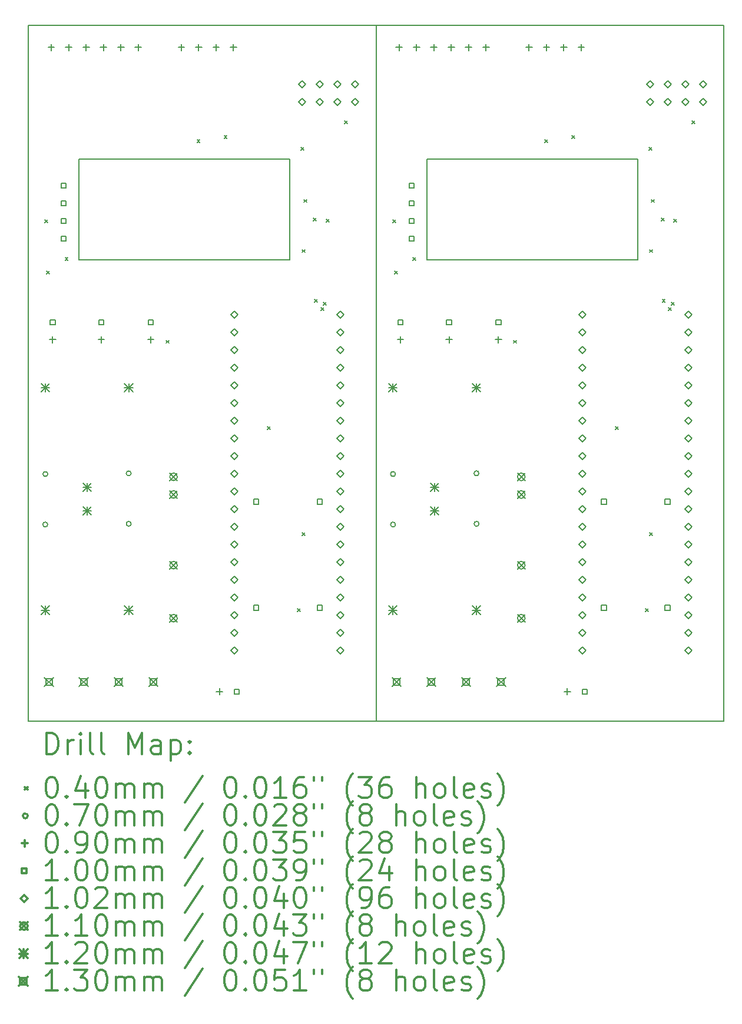
<source format=gbr>
%FSLAX45Y45*%
G04 Gerber Fmt 4.5, Leading zero omitted, Abs format (unit mm)*
G04 Created by KiCad (PCBNEW 4.0.2-stable) date 12/4/2017 4:21:01 PM*
%MOMM*%
G01*
G04 APERTURE LIST*
%ADD10C,0.127000*%
%ADD11C,0.150000*%
%ADD12C,0.200000*%
%ADD13C,0.300000*%
G04 APERTURE END LIST*
D10*
D11*
X12500000Y-4100000D02*
X17500000Y-4100000D01*
X17500000Y-14100000D02*
X12500000Y-14100000D01*
X12500000Y-14100000D02*
X12500000Y-4100000D01*
X13230000Y-7470000D02*
X16260000Y-7470000D01*
X16260000Y-7470000D02*
X16260000Y-6030000D01*
X16260000Y-6030000D02*
X13230000Y-6030000D01*
X13230000Y-6030000D02*
X13230000Y-7470000D01*
X17500000Y-4100000D02*
X17500000Y-14100000D01*
X8230000Y-6030000D02*
X8230000Y-7470000D01*
X11260000Y-6030000D02*
X8230000Y-6030000D01*
X11260000Y-7470000D02*
X11260000Y-6030000D01*
X8230000Y-7470000D02*
X11260000Y-7470000D01*
X7500000Y-14100000D02*
X7500000Y-4100000D01*
X12500000Y-14100000D02*
X7500000Y-14100000D01*
X12500000Y-4100000D02*
X12500000Y-14100000D01*
X7500000Y-4100000D02*
X12500000Y-4100000D01*
D12*
X7740000Y-6900000D02*
X7780000Y-6940000D01*
X7780000Y-6900000D02*
X7740000Y-6940000D01*
X7765100Y-7638100D02*
X7805100Y-7678100D01*
X7805100Y-7638100D02*
X7765100Y-7678100D01*
X8030000Y-7440000D02*
X8070000Y-7480000D01*
X8070000Y-7440000D02*
X8030000Y-7480000D01*
X9480000Y-8630000D02*
X9520000Y-8670000D01*
X9520000Y-8630000D02*
X9480000Y-8670000D01*
X9926640Y-5749610D02*
X9966640Y-5789610D01*
X9966640Y-5749610D02*
X9926640Y-5789610D01*
X10316530Y-5686110D02*
X10356530Y-5726110D01*
X10356530Y-5686110D02*
X10316530Y-5726110D01*
X10940100Y-9873300D02*
X10980100Y-9913300D01*
X10980100Y-9873300D02*
X10940100Y-9913300D01*
X11371900Y-12489500D02*
X11411900Y-12529500D01*
X11411900Y-12489500D02*
X11371900Y-12529500D01*
X11422700Y-5860100D02*
X11462700Y-5900100D01*
X11462700Y-5860100D02*
X11422700Y-5900100D01*
X11435400Y-7325680D02*
X11475400Y-7365680D01*
X11475400Y-7325680D02*
X11435400Y-7365680D01*
X11435400Y-11397300D02*
X11475400Y-11437300D01*
X11475400Y-11397300D02*
X11435400Y-11437300D01*
X11460800Y-6606860D02*
X11500800Y-6646860D01*
X11500800Y-6606860D02*
X11460800Y-6646860D01*
X11600500Y-6876100D02*
X11640500Y-6916100D01*
X11640500Y-6876100D02*
X11600500Y-6916100D01*
X11615740Y-8039420D02*
X11655740Y-8079420D01*
X11655740Y-8039420D02*
X11615740Y-8079420D01*
X11706314Y-8162630D02*
X11746314Y-8202630D01*
X11746314Y-8162630D02*
X11706314Y-8202630D01*
X11745280Y-8085140D02*
X11785280Y-8125140D01*
X11785280Y-8085140D02*
X11745280Y-8125140D01*
X11783380Y-6888800D02*
X11823380Y-6928800D01*
X11823380Y-6888800D02*
X11783380Y-6928800D01*
X12045000Y-5479100D02*
X12085000Y-5519100D01*
X12085000Y-5479100D02*
X12045000Y-5519100D01*
X12740000Y-6900000D02*
X12780000Y-6940000D01*
X12780000Y-6900000D02*
X12740000Y-6940000D01*
X12765100Y-7638100D02*
X12805100Y-7678100D01*
X12805100Y-7638100D02*
X12765100Y-7678100D01*
X13030000Y-7440000D02*
X13070000Y-7480000D01*
X13070000Y-7440000D02*
X13030000Y-7480000D01*
X14480000Y-8630000D02*
X14520000Y-8670000D01*
X14520000Y-8630000D02*
X14480000Y-8670000D01*
X14926640Y-5749610D02*
X14966640Y-5789610D01*
X14966640Y-5749610D02*
X14926640Y-5789610D01*
X15316530Y-5686110D02*
X15356530Y-5726110D01*
X15356530Y-5686110D02*
X15316530Y-5726110D01*
X15940100Y-9873300D02*
X15980100Y-9913300D01*
X15980100Y-9873300D02*
X15940100Y-9913300D01*
X16371900Y-12489500D02*
X16411900Y-12529500D01*
X16411900Y-12489500D02*
X16371900Y-12529500D01*
X16422700Y-5860100D02*
X16462700Y-5900100D01*
X16462700Y-5860100D02*
X16422700Y-5900100D01*
X16435400Y-7325680D02*
X16475400Y-7365680D01*
X16475400Y-7325680D02*
X16435400Y-7365680D01*
X16435400Y-11397300D02*
X16475400Y-11437300D01*
X16475400Y-11397300D02*
X16435400Y-11437300D01*
X16460800Y-6606860D02*
X16500800Y-6646860D01*
X16500800Y-6606860D02*
X16460800Y-6646860D01*
X16600500Y-6876100D02*
X16640500Y-6916100D01*
X16640500Y-6876100D02*
X16600500Y-6916100D01*
X16615740Y-8039420D02*
X16655740Y-8079420D01*
X16655740Y-8039420D02*
X16615740Y-8079420D01*
X16706314Y-8162630D02*
X16746314Y-8202630D01*
X16746314Y-8162630D02*
X16706314Y-8202630D01*
X16745280Y-8085140D02*
X16785280Y-8125140D01*
X16785280Y-8085140D02*
X16745280Y-8125140D01*
X16783380Y-6888800D02*
X16823380Y-6928800D01*
X16823380Y-6888800D02*
X16783380Y-6928800D01*
X17045000Y-5479100D02*
X17085000Y-5519100D01*
X17085000Y-5479100D02*
X17045000Y-5519100D01*
X7778900Y-10551400D02*
G75*
G03X7778900Y-10551400I-35000J0D01*
G01*
X7778900Y-11277200D02*
G75*
G03X7778900Y-11277200I-35000J0D01*
G01*
X8978900Y-10541400D02*
G75*
G03X8978900Y-10541400I-35000J0D01*
G01*
X8978900Y-11267200D02*
G75*
G03X8978900Y-11267200I-35000J0D01*
G01*
X12778900Y-10551400D02*
G75*
G03X12778900Y-10551400I-35000J0D01*
G01*
X12778900Y-11277200D02*
G75*
G03X12778900Y-11277200I-35000J0D01*
G01*
X13978900Y-10541400D02*
G75*
G03X13978900Y-10541400I-35000J0D01*
G01*
X13978900Y-11267200D02*
G75*
G03X13978900Y-11267200I-35000J0D01*
G01*
X7831200Y-4374600D02*
X7831200Y-4464600D01*
X7786200Y-4419600D02*
X7876200Y-4419600D01*
X7850000Y-8575000D02*
X7850000Y-8665000D01*
X7805000Y-8620000D02*
X7895000Y-8620000D01*
X8081200Y-4374600D02*
X8081200Y-4464600D01*
X8036200Y-4419600D02*
X8126200Y-4419600D01*
X8331200Y-4374600D02*
X8331200Y-4464600D01*
X8286200Y-4419600D02*
X8376200Y-4419600D01*
X8550000Y-8575000D02*
X8550000Y-8665000D01*
X8505000Y-8620000D02*
X8595000Y-8620000D01*
X8581200Y-4374600D02*
X8581200Y-4464600D01*
X8536200Y-4419600D02*
X8626200Y-4419600D01*
X8831200Y-4374600D02*
X8831200Y-4464600D01*
X8786200Y-4419600D02*
X8876200Y-4419600D01*
X9081200Y-4374600D02*
X9081200Y-4464600D01*
X9036200Y-4419600D02*
X9126200Y-4419600D01*
X9260000Y-8575000D02*
X9260000Y-8665000D01*
X9215000Y-8620000D02*
X9305000Y-8620000D01*
X9700000Y-4375000D02*
X9700000Y-4465000D01*
X9655000Y-4420000D02*
X9745000Y-4420000D01*
X9950000Y-4375000D02*
X9950000Y-4465000D01*
X9905000Y-4420000D02*
X9995000Y-4420000D01*
X10200000Y-4375000D02*
X10200000Y-4465000D01*
X10155000Y-4420000D02*
X10245000Y-4420000D01*
X10248900Y-13632900D02*
X10248900Y-13722900D01*
X10203900Y-13677900D02*
X10293900Y-13677900D01*
X10450000Y-4375000D02*
X10450000Y-4465000D01*
X10405000Y-4420000D02*
X10495000Y-4420000D01*
X12831200Y-4374600D02*
X12831200Y-4464600D01*
X12786200Y-4419600D02*
X12876200Y-4419600D01*
X12850000Y-8575000D02*
X12850000Y-8665000D01*
X12805000Y-8620000D02*
X12895000Y-8620000D01*
X13081200Y-4374600D02*
X13081200Y-4464600D01*
X13036200Y-4419600D02*
X13126200Y-4419600D01*
X13331200Y-4374600D02*
X13331200Y-4464600D01*
X13286200Y-4419600D02*
X13376200Y-4419600D01*
X13550000Y-8575000D02*
X13550000Y-8665000D01*
X13505000Y-8620000D02*
X13595000Y-8620000D01*
X13581200Y-4374600D02*
X13581200Y-4464600D01*
X13536200Y-4419600D02*
X13626200Y-4419600D01*
X13831200Y-4374600D02*
X13831200Y-4464600D01*
X13786200Y-4419600D02*
X13876200Y-4419600D01*
X14081200Y-4374600D02*
X14081200Y-4464600D01*
X14036200Y-4419600D02*
X14126200Y-4419600D01*
X14260000Y-8575000D02*
X14260000Y-8665000D01*
X14215000Y-8620000D02*
X14305000Y-8620000D01*
X14700000Y-4375000D02*
X14700000Y-4465000D01*
X14655000Y-4420000D02*
X14745000Y-4420000D01*
X14950000Y-4375000D02*
X14950000Y-4465000D01*
X14905000Y-4420000D02*
X14995000Y-4420000D01*
X15200000Y-4375000D02*
X15200000Y-4465000D01*
X15155000Y-4420000D02*
X15245000Y-4420000D01*
X15248900Y-13632900D02*
X15248900Y-13722900D01*
X15203900Y-13677900D02*
X15293900Y-13677900D01*
X15450000Y-4375000D02*
X15450000Y-4465000D01*
X15405000Y-4420000D02*
X15495000Y-4420000D01*
X7885356Y-8405356D02*
X7885356Y-8334644D01*
X7814644Y-8334644D01*
X7814644Y-8405356D01*
X7885356Y-8405356D01*
X8045356Y-6443356D02*
X8045356Y-6372644D01*
X7974644Y-6372644D01*
X7974644Y-6443356D01*
X8045356Y-6443356D01*
X8045356Y-6697356D02*
X8045356Y-6626644D01*
X7974644Y-6626644D01*
X7974644Y-6697356D01*
X8045356Y-6697356D01*
X8045356Y-6951356D02*
X8045356Y-6880644D01*
X7974644Y-6880644D01*
X7974644Y-6951356D01*
X8045356Y-6951356D01*
X8045356Y-7205356D02*
X8045356Y-7134644D01*
X7974644Y-7134644D01*
X7974644Y-7205356D01*
X8045356Y-7205356D01*
X8585356Y-8405356D02*
X8585356Y-8334644D01*
X8514644Y-8334644D01*
X8514644Y-8405356D01*
X8585356Y-8405356D01*
X9295356Y-8405356D02*
X9295356Y-8334644D01*
X9224644Y-8334644D01*
X9224644Y-8405356D01*
X9295356Y-8405356D01*
X10534256Y-13713256D02*
X10534256Y-13642544D01*
X10463544Y-13642544D01*
X10463544Y-13713256D01*
X10534256Y-13713256D01*
X10810036Y-10985296D02*
X10810036Y-10914584D01*
X10739324Y-10914584D01*
X10739324Y-10985296D01*
X10810036Y-10985296D01*
X10810036Y-12509296D02*
X10810036Y-12438584D01*
X10739324Y-12438584D01*
X10739324Y-12509296D01*
X10810036Y-12509296D01*
X11724436Y-10985296D02*
X11724436Y-10914584D01*
X11653724Y-10914584D01*
X11653724Y-10985296D01*
X11724436Y-10985296D01*
X11724436Y-12509296D02*
X11724436Y-12438584D01*
X11653724Y-12438584D01*
X11653724Y-12509296D01*
X11724436Y-12509296D01*
X12885356Y-8405356D02*
X12885356Y-8334644D01*
X12814644Y-8334644D01*
X12814644Y-8405356D01*
X12885356Y-8405356D01*
X13045356Y-6443356D02*
X13045356Y-6372644D01*
X12974644Y-6372644D01*
X12974644Y-6443356D01*
X13045356Y-6443356D01*
X13045356Y-6697356D02*
X13045356Y-6626644D01*
X12974644Y-6626644D01*
X12974644Y-6697356D01*
X13045356Y-6697356D01*
X13045356Y-6951356D02*
X13045356Y-6880644D01*
X12974644Y-6880644D01*
X12974644Y-6951356D01*
X13045356Y-6951356D01*
X13045356Y-7205356D02*
X13045356Y-7134644D01*
X12974644Y-7134644D01*
X12974644Y-7205356D01*
X13045356Y-7205356D01*
X13585356Y-8405356D02*
X13585356Y-8334644D01*
X13514644Y-8334644D01*
X13514644Y-8405356D01*
X13585356Y-8405356D01*
X14295356Y-8405356D02*
X14295356Y-8334644D01*
X14224644Y-8334644D01*
X14224644Y-8405356D01*
X14295356Y-8405356D01*
X15534256Y-13713256D02*
X15534256Y-13642544D01*
X15463544Y-13642544D01*
X15463544Y-13713256D01*
X15534256Y-13713256D01*
X15810036Y-10985296D02*
X15810036Y-10914584D01*
X15739324Y-10914584D01*
X15739324Y-10985296D01*
X15810036Y-10985296D01*
X15810036Y-12509296D02*
X15810036Y-12438584D01*
X15739324Y-12438584D01*
X15739324Y-12509296D01*
X15810036Y-12509296D01*
X16724436Y-10985296D02*
X16724436Y-10914584D01*
X16653724Y-10914584D01*
X16653724Y-10985296D01*
X16724436Y-10985296D01*
X16724436Y-12509296D02*
X16724436Y-12438584D01*
X16653724Y-12438584D01*
X16653724Y-12509296D01*
X16724436Y-12509296D01*
X10466000Y-8310640D02*
X10516800Y-8259840D01*
X10466000Y-8209040D01*
X10415200Y-8259840D01*
X10466000Y-8310640D01*
X10466000Y-8569720D02*
X10516800Y-8518920D01*
X10466000Y-8468120D01*
X10415200Y-8518920D01*
X10466000Y-8569720D01*
X10466000Y-8823720D02*
X10516800Y-8772920D01*
X10466000Y-8722120D01*
X10415200Y-8772920D01*
X10466000Y-8823720D01*
X10466000Y-9077720D02*
X10516800Y-9026920D01*
X10466000Y-8976120D01*
X10415200Y-9026920D01*
X10466000Y-9077720D01*
X10466000Y-9331720D02*
X10516800Y-9280920D01*
X10466000Y-9230120D01*
X10415200Y-9280920D01*
X10466000Y-9331720D01*
X10466000Y-9585720D02*
X10516800Y-9534920D01*
X10466000Y-9484120D01*
X10415200Y-9534920D01*
X10466000Y-9585720D01*
X10466000Y-9839720D02*
X10516800Y-9788920D01*
X10466000Y-9738120D01*
X10415200Y-9788920D01*
X10466000Y-9839720D01*
X10466000Y-10093720D02*
X10516800Y-10042920D01*
X10466000Y-9992120D01*
X10415200Y-10042920D01*
X10466000Y-10093720D01*
X10466000Y-10347720D02*
X10516800Y-10296920D01*
X10466000Y-10246120D01*
X10415200Y-10296920D01*
X10466000Y-10347720D01*
X10466000Y-10601720D02*
X10516800Y-10550920D01*
X10466000Y-10500120D01*
X10415200Y-10550920D01*
X10466000Y-10601720D01*
X10466000Y-10855720D02*
X10516800Y-10804920D01*
X10466000Y-10754120D01*
X10415200Y-10804920D01*
X10466000Y-10855720D01*
X10466000Y-11109720D02*
X10516800Y-11058920D01*
X10466000Y-11008120D01*
X10415200Y-11058920D01*
X10466000Y-11109720D01*
X10466000Y-11363720D02*
X10516800Y-11312920D01*
X10466000Y-11262120D01*
X10415200Y-11312920D01*
X10466000Y-11363720D01*
X10466000Y-11617720D02*
X10516800Y-11566920D01*
X10466000Y-11516120D01*
X10415200Y-11566920D01*
X10466000Y-11617720D01*
X10466000Y-11871720D02*
X10516800Y-11820920D01*
X10466000Y-11770120D01*
X10415200Y-11820920D01*
X10466000Y-11871720D01*
X10466000Y-12125720D02*
X10516800Y-12074920D01*
X10466000Y-12024120D01*
X10415200Y-12074920D01*
X10466000Y-12125720D01*
X10466000Y-12379720D02*
X10516800Y-12328920D01*
X10466000Y-12278120D01*
X10415200Y-12328920D01*
X10466000Y-12379720D01*
X10466000Y-12633720D02*
X10516800Y-12582920D01*
X10466000Y-12532120D01*
X10415200Y-12582920D01*
X10466000Y-12633720D01*
X10466000Y-12887720D02*
X10516800Y-12836920D01*
X10466000Y-12786120D01*
X10415200Y-12836920D01*
X10466000Y-12887720D01*
X10466000Y-13141720D02*
X10516800Y-13090920D01*
X10466000Y-13040120D01*
X10415200Y-13090920D01*
X10466000Y-13141720D01*
X11439600Y-4997900D02*
X11490400Y-4947100D01*
X11439600Y-4896300D01*
X11388800Y-4947100D01*
X11439600Y-4997900D01*
X11439600Y-5251900D02*
X11490400Y-5201100D01*
X11439600Y-5150300D01*
X11388800Y-5201100D01*
X11439600Y-5251900D01*
X11693600Y-4997900D02*
X11744400Y-4947100D01*
X11693600Y-4896300D01*
X11642800Y-4947100D01*
X11693600Y-4997900D01*
X11693600Y-5251900D02*
X11744400Y-5201100D01*
X11693600Y-5150300D01*
X11642800Y-5201100D01*
X11693600Y-5251900D01*
X11947600Y-4997900D02*
X11998400Y-4947100D01*
X11947600Y-4896300D01*
X11896800Y-4947100D01*
X11947600Y-4997900D01*
X11947600Y-5251900D02*
X11998400Y-5201100D01*
X11947600Y-5150300D01*
X11896800Y-5201100D01*
X11947600Y-5251900D01*
X11990000Y-8315720D02*
X12040800Y-8264920D01*
X11990000Y-8214120D01*
X11939200Y-8264920D01*
X11990000Y-8315720D01*
X11990000Y-8569720D02*
X12040800Y-8518920D01*
X11990000Y-8468120D01*
X11939200Y-8518920D01*
X11990000Y-8569720D01*
X11990000Y-8823720D02*
X12040800Y-8772920D01*
X11990000Y-8722120D01*
X11939200Y-8772920D01*
X11990000Y-8823720D01*
X11990000Y-9077720D02*
X12040800Y-9026920D01*
X11990000Y-8976120D01*
X11939200Y-9026920D01*
X11990000Y-9077720D01*
X11990000Y-9331720D02*
X12040800Y-9280920D01*
X11990000Y-9230120D01*
X11939200Y-9280920D01*
X11990000Y-9331720D01*
X11990000Y-9585720D02*
X12040800Y-9534920D01*
X11990000Y-9484120D01*
X11939200Y-9534920D01*
X11990000Y-9585720D01*
X11990000Y-9839720D02*
X12040800Y-9788920D01*
X11990000Y-9738120D01*
X11939200Y-9788920D01*
X11990000Y-9839720D01*
X11990000Y-10093720D02*
X12040800Y-10042920D01*
X11990000Y-9992120D01*
X11939200Y-10042920D01*
X11990000Y-10093720D01*
X11990000Y-10347720D02*
X12040800Y-10296920D01*
X11990000Y-10246120D01*
X11939200Y-10296920D01*
X11990000Y-10347720D01*
X11990000Y-10601720D02*
X12040800Y-10550920D01*
X11990000Y-10500120D01*
X11939200Y-10550920D01*
X11990000Y-10601720D01*
X11990000Y-10855720D02*
X12040800Y-10804920D01*
X11990000Y-10754120D01*
X11939200Y-10804920D01*
X11990000Y-10855720D01*
X11990000Y-11109720D02*
X12040800Y-11058920D01*
X11990000Y-11008120D01*
X11939200Y-11058920D01*
X11990000Y-11109720D01*
X11990000Y-11363720D02*
X12040800Y-11312920D01*
X11990000Y-11262120D01*
X11939200Y-11312920D01*
X11990000Y-11363720D01*
X11990000Y-11617720D02*
X12040800Y-11566920D01*
X11990000Y-11516120D01*
X11939200Y-11566920D01*
X11990000Y-11617720D01*
X11990000Y-11871720D02*
X12040800Y-11820920D01*
X11990000Y-11770120D01*
X11939200Y-11820920D01*
X11990000Y-11871720D01*
X11990000Y-12125720D02*
X12040800Y-12074920D01*
X11990000Y-12024120D01*
X11939200Y-12074920D01*
X11990000Y-12125720D01*
X11990000Y-12379720D02*
X12040800Y-12328920D01*
X11990000Y-12278120D01*
X11939200Y-12328920D01*
X11990000Y-12379720D01*
X11990000Y-12633720D02*
X12040800Y-12582920D01*
X11990000Y-12532120D01*
X11939200Y-12582920D01*
X11990000Y-12633720D01*
X11990000Y-12887720D02*
X12040800Y-12836920D01*
X11990000Y-12786120D01*
X11939200Y-12836920D01*
X11990000Y-12887720D01*
X11990000Y-13141720D02*
X12040800Y-13090920D01*
X11990000Y-13040120D01*
X11939200Y-13090920D01*
X11990000Y-13141720D01*
X12201600Y-4997900D02*
X12252400Y-4947100D01*
X12201600Y-4896300D01*
X12150800Y-4947100D01*
X12201600Y-4997900D01*
X12201600Y-5251900D02*
X12252400Y-5201100D01*
X12201600Y-5150300D01*
X12150800Y-5201100D01*
X12201600Y-5251900D01*
X15466000Y-8310640D02*
X15516800Y-8259840D01*
X15466000Y-8209040D01*
X15415200Y-8259840D01*
X15466000Y-8310640D01*
X15466000Y-8569720D02*
X15516800Y-8518920D01*
X15466000Y-8468120D01*
X15415200Y-8518920D01*
X15466000Y-8569720D01*
X15466000Y-8823720D02*
X15516800Y-8772920D01*
X15466000Y-8722120D01*
X15415200Y-8772920D01*
X15466000Y-8823720D01*
X15466000Y-9077720D02*
X15516800Y-9026920D01*
X15466000Y-8976120D01*
X15415200Y-9026920D01*
X15466000Y-9077720D01*
X15466000Y-9331720D02*
X15516800Y-9280920D01*
X15466000Y-9230120D01*
X15415200Y-9280920D01*
X15466000Y-9331720D01*
X15466000Y-9585720D02*
X15516800Y-9534920D01*
X15466000Y-9484120D01*
X15415200Y-9534920D01*
X15466000Y-9585720D01*
X15466000Y-9839720D02*
X15516800Y-9788920D01*
X15466000Y-9738120D01*
X15415200Y-9788920D01*
X15466000Y-9839720D01*
X15466000Y-10093720D02*
X15516800Y-10042920D01*
X15466000Y-9992120D01*
X15415200Y-10042920D01*
X15466000Y-10093720D01*
X15466000Y-10347720D02*
X15516800Y-10296920D01*
X15466000Y-10246120D01*
X15415200Y-10296920D01*
X15466000Y-10347720D01*
X15466000Y-10601720D02*
X15516800Y-10550920D01*
X15466000Y-10500120D01*
X15415200Y-10550920D01*
X15466000Y-10601720D01*
X15466000Y-10855720D02*
X15516800Y-10804920D01*
X15466000Y-10754120D01*
X15415200Y-10804920D01*
X15466000Y-10855720D01*
X15466000Y-11109720D02*
X15516800Y-11058920D01*
X15466000Y-11008120D01*
X15415200Y-11058920D01*
X15466000Y-11109720D01*
X15466000Y-11363720D02*
X15516800Y-11312920D01*
X15466000Y-11262120D01*
X15415200Y-11312920D01*
X15466000Y-11363720D01*
X15466000Y-11617720D02*
X15516800Y-11566920D01*
X15466000Y-11516120D01*
X15415200Y-11566920D01*
X15466000Y-11617720D01*
X15466000Y-11871720D02*
X15516800Y-11820920D01*
X15466000Y-11770120D01*
X15415200Y-11820920D01*
X15466000Y-11871720D01*
X15466000Y-12125720D02*
X15516800Y-12074920D01*
X15466000Y-12024120D01*
X15415200Y-12074920D01*
X15466000Y-12125720D01*
X15466000Y-12379720D02*
X15516800Y-12328920D01*
X15466000Y-12278120D01*
X15415200Y-12328920D01*
X15466000Y-12379720D01*
X15466000Y-12633720D02*
X15516800Y-12582920D01*
X15466000Y-12532120D01*
X15415200Y-12582920D01*
X15466000Y-12633720D01*
X15466000Y-12887720D02*
X15516800Y-12836920D01*
X15466000Y-12786120D01*
X15415200Y-12836920D01*
X15466000Y-12887720D01*
X15466000Y-13141720D02*
X15516800Y-13090920D01*
X15466000Y-13040120D01*
X15415200Y-13090920D01*
X15466000Y-13141720D01*
X16439600Y-4997900D02*
X16490400Y-4947100D01*
X16439600Y-4896300D01*
X16388800Y-4947100D01*
X16439600Y-4997900D01*
X16439600Y-5251900D02*
X16490400Y-5201100D01*
X16439600Y-5150300D01*
X16388800Y-5201100D01*
X16439600Y-5251900D01*
X16693600Y-4997900D02*
X16744400Y-4947100D01*
X16693600Y-4896300D01*
X16642800Y-4947100D01*
X16693600Y-4997900D01*
X16693600Y-5251900D02*
X16744400Y-5201100D01*
X16693600Y-5150300D01*
X16642800Y-5201100D01*
X16693600Y-5251900D01*
X16947600Y-4997900D02*
X16998400Y-4947100D01*
X16947600Y-4896300D01*
X16896800Y-4947100D01*
X16947600Y-4997900D01*
X16947600Y-5251900D02*
X16998400Y-5201100D01*
X16947600Y-5150300D01*
X16896800Y-5201100D01*
X16947600Y-5251900D01*
X16990000Y-8315720D02*
X17040800Y-8264920D01*
X16990000Y-8214120D01*
X16939200Y-8264920D01*
X16990000Y-8315720D01*
X16990000Y-8569720D02*
X17040800Y-8518920D01*
X16990000Y-8468120D01*
X16939200Y-8518920D01*
X16990000Y-8569720D01*
X16990000Y-8823720D02*
X17040800Y-8772920D01*
X16990000Y-8722120D01*
X16939200Y-8772920D01*
X16990000Y-8823720D01*
X16990000Y-9077720D02*
X17040800Y-9026920D01*
X16990000Y-8976120D01*
X16939200Y-9026920D01*
X16990000Y-9077720D01*
X16990000Y-9331720D02*
X17040800Y-9280920D01*
X16990000Y-9230120D01*
X16939200Y-9280920D01*
X16990000Y-9331720D01*
X16990000Y-9585720D02*
X17040800Y-9534920D01*
X16990000Y-9484120D01*
X16939200Y-9534920D01*
X16990000Y-9585720D01*
X16990000Y-9839720D02*
X17040800Y-9788920D01*
X16990000Y-9738120D01*
X16939200Y-9788920D01*
X16990000Y-9839720D01*
X16990000Y-10093720D02*
X17040800Y-10042920D01*
X16990000Y-9992120D01*
X16939200Y-10042920D01*
X16990000Y-10093720D01*
X16990000Y-10347720D02*
X17040800Y-10296920D01*
X16990000Y-10246120D01*
X16939200Y-10296920D01*
X16990000Y-10347720D01*
X16990000Y-10601720D02*
X17040800Y-10550920D01*
X16990000Y-10500120D01*
X16939200Y-10550920D01*
X16990000Y-10601720D01*
X16990000Y-10855720D02*
X17040800Y-10804920D01*
X16990000Y-10754120D01*
X16939200Y-10804920D01*
X16990000Y-10855720D01*
X16990000Y-11109720D02*
X17040800Y-11058920D01*
X16990000Y-11008120D01*
X16939200Y-11058920D01*
X16990000Y-11109720D01*
X16990000Y-11363720D02*
X17040800Y-11312920D01*
X16990000Y-11262120D01*
X16939200Y-11312920D01*
X16990000Y-11363720D01*
X16990000Y-11617720D02*
X17040800Y-11566920D01*
X16990000Y-11516120D01*
X16939200Y-11566920D01*
X16990000Y-11617720D01*
X16990000Y-11871720D02*
X17040800Y-11820920D01*
X16990000Y-11770120D01*
X16939200Y-11820920D01*
X16990000Y-11871720D01*
X16990000Y-12125720D02*
X17040800Y-12074920D01*
X16990000Y-12024120D01*
X16939200Y-12074920D01*
X16990000Y-12125720D01*
X16990000Y-12379720D02*
X17040800Y-12328920D01*
X16990000Y-12278120D01*
X16939200Y-12328920D01*
X16990000Y-12379720D01*
X16990000Y-12633720D02*
X17040800Y-12582920D01*
X16990000Y-12532120D01*
X16939200Y-12582920D01*
X16990000Y-12633720D01*
X16990000Y-12887720D02*
X17040800Y-12836920D01*
X16990000Y-12786120D01*
X16939200Y-12836920D01*
X16990000Y-12887720D01*
X16990000Y-13141720D02*
X17040800Y-13090920D01*
X16990000Y-13040120D01*
X16939200Y-13090920D01*
X16990000Y-13141720D01*
X17201600Y-4997900D02*
X17252400Y-4947100D01*
X17201600Y-4896300D01*
X17150800Y-4947100D01*
X17201600Y-4997900D01*
X17201600Y-5251900D02*
X17252400Y-5201100D01*
X17201600Y-5150300D01*
X17150800Y-5201100D01*
X17201600Y-5251900D01*
X9533500Y-10536800D02*
X9643500Y-10646800D01*
X9643500Y-10536800D02*
X9533500Y-10646800D01*
X9643500Y-10591800D02*
G75*
G03X9643500Y-10591800I-55000J0D01*
G01*
X9533500Y-10790800D02*
X9643500Y-10900800D01*
X9643500Y-10790800D02*
X9533500Y-10900800D01*
X9643500Y-10845800D02*
G75*
G03X9643500Y-10845800I-55000J0D01*
G01*
X9533500Y-11806800D02*
X9643500Y-11916800D01*
X9643500Y-11806800D02*
X9533500Y-11916800D01*
X9643500Y-11861800D02*
G75*
G03X9643500Y-11861800I-55000J0D01*
G01*
X9533500Y-12568800D02*
X9643500Y-12678800D01*
X9643500Y-12568800D02*
X9533500Y-12678800D01*
X9643500Y-12623800D02*
G75*
G03X9643500Y-12623800I-55000J0D01*
G01*
X14533500Y-10536800D02*
X14643500Y-10646800D01*
X14643500Y-10536800D02*
X14533500Y-10646800D01*
X14643500Y-10591800D02*
G75*
G03X14643500Y-10591800I-55000J0D01*
G01*
X14533500Y-10790800D02*
X14643500Y-10900800D01*
X14643500Y-10790800D02*
X14533500Y-10900800D01*
X14643500Y-10845800D02*
G75*
G03X14643500Y-10845800I-55000J0D01*
G01*
X14533500Y-11806800D02*
X14643500Y-11916800D01*
X14643500Y-11806800D02*
X14533500Y-11916800D01*
X14643500Y-11861800D02*
G75*
G03X14643500Y-11861800I-55000J0D01*
G01*
X14533500Y-12568800D02*
X14643500Y-12678800D01*
X14643500Y-12568800D02*
X14533500Y-12678800D01*
X14643500Y-12623800D02*
G75*
G03X14643500Y-12623800I-55000J0D01*
G01*
X7683900Y-9251400D02*
X7803900Y-9371400D01*
X7803900Y-9251400D02*
X7683900Y-9371400D01*
X7743900Y-9251400D02*
X7743900Y-9371400D01*
X7683900Y-9311400D02*
X7803900Y-9311400D01*
X7683900Y-12447200D02*
X7803900Y-12567200D01*
X7803900Y-12447200D02*
X7683900Y-12567200D01*
X7743900Y-12447200D02*
X7743900Y-12567200D01*
X7683900Y-12507200D02*
X7803900Y-12507200D01*
X8283900Y-10681400D02*
X8403900Y-10801400D01*
X8403900Y-10681400D02*
X8283900Y-10801400D01*
X8343900Y-10681400D02*
X8343900Y-10801400D01*
X8283900Y-10741400D02*
X8403900Y-10741400D01*
X8283900Y-11017200D02*
X8403900Y-11137200D01*
X8403900Y-11017200D02*
X8283900Y-11137200D01*
X8343900Y-11017200D02*
X8343900Y-11137200D01*
X8283900Y-11077200D02*
X8403900Y-11077200D01*
X8883900Y-9251400D02*
X9003900Y-9371400D01*
X9003900Y-9251400D02*
X8883900Y-9371400D01*
X8943900Y-9251400D02*
X8943900Y-9371400D01*
X8883900Y-9311400D02*
X9003900Y-9311400D01*
X8883900Y-12447200D02*
X9003900Y-12567200D01*
X9003900Y-12447200D02*
X8883900Y-12567200D01*
X8943900Y-12447200D02*
X8943900Y-12567200D01*
X8883900Y-12507200D02*
X9003900Y-12507200D01*
X12683900Y-9251400D02*
X12803900Y-9371400D01*
X12803900Y-9251400D02*
X12683900Y-9371400D01*
X12743900Y-9251400D02*
X12743900Y-9371400D01*
X12683900Y-9311400D02*
X12803900Y-9311400D01*
X12683900Y-12447200D02*
X12803900Y-12567200D01*
X12803900Y-12447200D02*
X12683900Y-12567200D01*
X12743900Y-12447200D02*
X12743900Y-12567200D01*
X12683900Y-12507200D02*
X12803900Y-12507200D01*
X13283900Y-10681400D02*
X13403900Y-10801400D01*
X13403900Y-10681400D02*
X13283900Y-10801400D01*
X13343900Y-10681400D02*
X13343900Y-10801400D01*
X13283900Y-10741400D02*
X13403900Y-10741400D01*
X13283900Y-11017200D02*
X13403900Y-11137200D01*
X13403900Y-11017200D02*
X13283900Y-11137200D01*
X13343900Y-11017200D02*
X13343900Y-11137200D01*
X13283900Y-11077200D02*
X13403900Y-11077200D01*
X13883900Y-9251400D02*
X14003900Y-9371400D01*
X14003900Y-9251400D02*
X13883900Y-9371400D01*
X13943900Y-9251400D02*
X13943900Y-9371400D01*
X13883900Y-9311400D02*
X14003900Y-9311400D01*
X13883900Y-12447200D02*
X14003900Y-12567200D01*
X14003900Y-12447200D02*
X13883900Y-12567200D01*
X13943900Y-12447200D02*
X13943900Y-12567200D01*
X13883900Y-12507200D02*
X14003900Y-12507200D01*
X7732100Y-13473200D02*
X7862100Y-13603200D01*
X7862100Y-13473200D02*
X7732100Y-13603200D01*
X7843062Y-13584162D02*
X7843062Y-13492238D01*
X7751138Y-13492238D01*
X7751138Y-13584162D01*
X7843062Y-13584162D01*
X8232100Y-13473200D02*
X8362100Y-13603200D01*
X8362100Y-13473200D02*
X8232100Y-13603200D01*
X8343062Y-13584162D02*
X8343062Y-13492238D01*
X8251138Y-13492238D01*
X8251138Y-13584162D01*
X8343062Y-13584162D01*
X8732100Y-13473200D02*
X8862100Y-13603200D01*
X8862100Y-13473200D02*
X8732100Y-13603200D01*
X8843062Y-13584162D02*
X8843062Y-13492238D01*
X8751138Y-13492238D01*
X8751138Y-13584162D01*
X8843062Y-13584162D01*
X9232100Y-13473200D02*
X9362100Y-13603200D01*
X9362100Y-13473200D02*
X9232100Y-13603200D01*
X9343062Y-13584162D02*
X9343062Y-13492238D01*
X9251138Y-13492238D01*
X9251138Y-13584162D01*
X9343062Y-13584162D01*
X12732100Y-13473200D02*
X12862100Y-13603200D01*
X12862100Y-13473200D02*
X12732100Y-13603200D01*
X12843062Y-13584162D02*
X12843062Y-13492238D01*
X12751138Y-13492238D01*
X12751138Y-13584162D01*
X12843062Y-13584162D01*
X13232100Y-13473200D02*
X13362100Y-13603200D01*
X13362100Y-13473200D02*
X13232100Y-13603200D01*
X13343062Y-13584162D02*
X13343062Y-13492238D01*
X13251138Y-13492238D01*
X13251138Y-13584162D01*
X13343062Y-13584162D01*
X13732100Y-13473200D02*
X13862100Y-13603200D01*
X13862100Y-13473200D02*
X13732100Y-13603200D01*
X13843062Y-13584162D02*
X13843062Y-13492238D01*
X13751138Y-13492238D01*
X13751138Y-13584162D01*
X13843062Y-13584162D01*
X14232100Y-13473200D02*
X14362100Y-13603200D01*
X14362100Y-13473200D02*
X14232100Y-13603200D01*
X14343062Y-13584162D02*
X14343062Y-13492238D01*
X14251138Y-13492238D01*
X14251138Y-13584162D01*
X14343062Y-13584162D01*
D13*
X7763928Y-14573214D02*
X7763928Y-14273214D01*
X7835357Y-14273214D01*
X7878214Y-14287500D01*
X7906786Y-14316071D01*
X7921071Y-14344643D01*
X7935357Y-14401786D01*
X7935357Y-14444643D01*
X7921071Y-14501786D01*
X7906786Y-14530357D01*
X7878214Y-14558929D01*
X7835357Y-14573214D01*
X7763928Y-14573214D01*
X8063928Y-14573214D02*
X8063928Y-14373214D01*
X8063928Y-14430357D02*
X8078214Y-14401786D01*
X8092500Y-14387500D01*
X8121071Y-14373214D01*
X8149643Y-14373214D01*
X8249643Y-14573214D02*
X8249643Y-14373214D01*
X8249643Y-14273214D02*
X8235357Y-14287500D01*
X8249643Y-14301786D01*
X8263928Y-14287500D01*
X8249643Y-14273214D01*
X8249643Y-14301786D01*
X8435357Y-14573214D02*
X8406786Y-14558929D01*
X8392500Y-14530357D01*
X8392500Y-14273214D01*
X8592500Y-14573214D02*
X8563929Y-14558929D01*
X8549643Y-14530357D01*
X8549643Y-14273214D01*
X8935357Y-14573214D02*
X8935357Y-14273214D01*
X9035357Y-14487500D01*
X9135357Y-14273214D01*
X9135357Y-14573214D01*
X9406786Y-14573214D02*
X9406786Y-14416071D01*
X9392500Y-14387500D01*
X9363929Y-14373214D01*
X9306786Y-14373214D01*
X9278214Y-14387500D01*
X9406786Y-14558929D02*
X9378214Y-14573214D01*
X9306786Y-14573214D01*
X9278214Y-14558929D01*
X9263929Y-14530357D01*
X9263929Y-14501786D01*
X9278214Y-14473214D01*
X9306786Y-14458929D01*
X9378214Y-14458929D01*
X9406786Y-14444643D01*
X9549643Y-14373214D02*
X9549643Y-14673214D01*
X9549643Y-14387500D02*
X9578214Y-14373214D01*
X9635357Y-14373214D01*
X9663929Y-14387500D01*
X9678214Y-14401786D01*
X9692500Y-14430357D01*
X9692500Y-14516071D01*
X9678214Y-14544643D01*
X9663929Y-14558929D01*
X9635357Y-14573214D01*
X9578214Y-14573214D01*
X9549643Y-14558929D01*
X9821071Y-14544643D02*
X9835357Y-14558929D01*
X9821071Y-14573214D01*
X9806786Y-14558929D01*
X9821071Y-14544643D01*
X9821071Y-14573214D01*
X9821071Y-14387500D02*
X9835357Y-14401786D01*
X9821071Y-14416071D01*
X9806786Y-14401786D01*
X9821071Y-14387500D01*
X9821071Y-14416071D01*
X7452500Y-15047500D02*
X7492500Y-15087500D01*
X7492500Y-15047500D02*
X7452500Y-15087500D01*
X7821071Y-14903214D02*
X7849643Y-14903214D01*
X7878214Y-14917500D01*
X7892500Y-14931786D01*
X7906786Y-14960357D01*
X7921071Y-15017500D01*
X7921071Y-15088929D01*
X7906786Y-15146071D01*
X7892500Y-15174643D01*
X7878214Y-15188929D01*
X7849643Y-15203214D01*
X7821071Y-15203214D01*
X7792500Y-15188929D01*
X7778214Y-15174643D01*
X7763928Y-15146071D01*
X7749643Y-15088929D01*
X7749643Y-15017500D01*
X7763928Y-14960357D01*
X7778214Y-14931786D01*
X7792500Y-14917500D01*
X7821071Y-14903214D01*
X8049643Y-15174643D02*
X8063928Y-15188929D01*
X8049643Y-15203214D01*
X8035357Y-15188929D01*
X8049643Y-15174643D01*
X8049643Y-15203214D01*
X8321071Y-15003214D02*
X8321071Y-15203214D01*
X8249643Y-14888929D02*
X8178214Y-15103214D01*
X8363928Y-15103214D01*
X8535357Y-14903214D02*
X8563929Y-14903214D01*
X8592500Y-14917500D01*
X8606786Y-14931786D01*
X8621071Y-14960357D01*
X8635357Y-15017500D01*
X8635357Y-15088929D01*
X8621071Y-15146071D01*
X8606786Y-15174643D01*
X8592500Y-15188929D01*
X8563929Y-15203214D01*
X8535357Y-15203214D01*
X8506786Y-15188929D01*
X8492500Y-15174643D01*
X8478214Y-15146071D01*
X8463929Y-15088929D01*
X8463929Y-15017500D01*
X8478214Y-14960357D01*
X8492500Y-14931786D01*
X8506786Y-14917500D01*
X8535357Y-14903214D01*
X8763929Y-15203214D02*
X8763929Y-15003214D01*
X8763929Y-15031786D02*
X8778214Y-15017500D01*
X8806786Y-15003214D01*
X8849643Y-15003214D01*
X8878214Y-15017500D01*
X8892500Y-15046071D01*
X8892500Y-15203214D01*
X8892500Y-15046071D02*
X8906786Y-15017500D01*
X8935357Y-15003214D01*
X8978214Y-15003214D01*
X9006786Y-15017500D01*
X9021071Y-15046071D01*
X9021071Y-15203214D01*
X9163929Y-15203214D02*
X9163929Y-15003214D01*
X9163929Y-15031786D02*
X9178214Y-15017500D01*
X9206786Y-15003214D01*
X9249643Y-15003214D01*
X9278214Y-15017500D01*
X9292500Y-15046071D01*
X9292500Y-15203214D01*
X9292500Y-15046071D02*
X9306786Y-15017500D01*
X9335357Y-15003214D01*
X9378214Y-15003214D01*
X9406786Y-15017500D01*
X9421071Y-15046071D01*
X9421071Y-15203214D01*
X10006786Y-14888929D02*
X9749643Y-15274643D01*
X10392500Y-14903214D02*
X10421071Y-14903214D01*
X10449643Y-14917500D01*
X10463928Y-14931786D01*
X10478214Y-14960357D01*
X10492500Y-15017500D01*
X10492500Y-15088929D01*
X10478214Y-15146071D01*
X10463928Y-15174643D01*
X10449643Y-15188929D01*
X10421071Y-15203214D01*
X10392500Y-15203214D01*
X10363928Y-15188929D01*
X10349643Y-15174643D01*
X10335357Y-15146071D01*
X10321071Y-15088929D01*
X10321071Y-15017500D01*
X10335357Y-14960357D01*
X10349643Y-14931786D01*
X10363928Y-14917500D01*
X10392500Y-14903214D01*
X10621071Y-15174643D02*
X10635357Y-15188929D01*
X10621071Y-15203214D01*
X10606786Y-15188929D01*
X10621071Y-15174643D01*
X10621071Y-15203214D01*
X10821071Y-14903214D02*
X10849643Y-14903214D01*
X10878214Y-14917500D01*
X10892500Y-14931786D01*
X10906786Y-14960357D01*
X10921071Y-15017500D01*
X10921071Y-15088929D01*
X10906786Y-15146071D01*
X10892500Y-15174643D01*
X10878214Y-15188929D01*
X10849643Y-15203214D01*
X10821071Y-15203214D01*
X10792500Y-15188929D01*
X10778214Y-15174643D01*
X10763928Y-15146071D01*
X10749643Y-15088929D01*
X10749643Y-15017500D01*
X10763928Y-14960357D01*
X10778214Y-14931786D01*
X10792500Y-14917500D01*
X10821071Y-14903214D01*
X11206785Y-15203214D02*
X11035357Y-15203214D01*
X11121071Y-15203214D02*
X11121071Y-14903214D01*
X11092500Y-14946071D01*
X11063928Y-14974643D01*
X11035357Y-14988929D01*
X11463928Y-14903214D02*
X11406785Y-14903214D01*
X11378214Y-14917500D01*
X11363928Y-14931786D01*
X11335357Y-14974643D01*
X11321071Y-15031786D01*
X11321071Y-15146071D01*
X11335357Y-15174643D01*
X11349643Y-15188929D01*
X11378214Y-15203214D01*
X11435357Y-15203214D01*
X11463928Y-15188929D01*
X11478214Y-15174643D01*
X11492500Y-15146071D01*
X11492500Y-15074643D01*
X11478214Y-15046071D01*
X11463928Y-15031786D01*
X11435357Y-15017500D01*
X11378214Y-15017500D01*
X11349643Y-15031786D01*
X11335357Y-15046071D01*
X11321071Y-15074643D01*
X11606786Y-14903214D02*
X11606786Y-14960357D01*
X11721071Y-14903214D02*
X11721071Y-14960357D01*
X12163928Y-15317500D02*
X12149643Y-15303214D01*
X12121071Y-15260357D01*
X12106785Y-15231786D01*
X12092500Y-15188929D01*
X12078214Y-15117500D01*
X12078214Y-15060357D01*
X12092500Y-14988929D01*
X12106785Y-14946071D01*
X12121071Y-14917500D01*
X12149643Y-14874643D01*
X12163928Y-14860357D01*
X12249643Y-14903214D02*
X12435357Y-14903214D01*
X12335357Y-15017500D01*
X12378214Y-15017500D01*
X12406785Y-15031786D01*
X12421071Y-15046071D01*
X12435357Y-15074643D01*
X12435357Y-15146071D01*
X12421071Y-15174643D01*
X12406785Y-15188929D01*
X12378214Y-15203214D01*
X12292500Y-15203214D01*
X12263928Y-15188929D01*
X12249643Y-15174643D01*
X12692500Y-14903214D02*
X12635357Y-14903214D01*
X12606785Y-14917500D01*
X12592500Y-14931786D01*
X12563928Y-14974643D01*
X12549643Y-15031786D01*
X12549643Y-15146071D01*
X12563928Y-15174643D01*
X12578214Y-15188929D01*
X12606785Y-15203214D01*
X12663928Y-15203214D01*
X12692500Y-15188929D01*
X12706785Y-15174643D01*
X12721071Y-15146071D01*
X12721071Y-15074643D01*
X12706785Y-15046071D01*
X12692500Y-15031786D01*
X12663928Y-15017500D01*
X12606785Y-15017500D01*
X12578214Y-15031786D01*
X12563928Y-15046071D01*
X12549643Y-15074643D01*
X13078214Y-15203214D02*
X13078214Y-14903214D01*
X13206785Y-15203214D02*
X13206785Y-15046071D01*
X13192500Y-15017500D01*
X13163928Y-15003214D01*
X13121071Y-15003214D01*
X13092500Y-15017500D01*
X13078214Y-15031786D01*
X13392500Y-15203214D02*
X13363928Y-15188929D01*
X13349643Y-15174643D01*
X13335357Y-15146071D01*
X13335357Y-15060357D01*
X13349643Y-15031786D01*
X13363928Y-15017500D01*
X13392500Y-15003214D01*
X13435357Y-15003214D01*
X13463928Y-15017500D01*
X13478214Y-15031786D01*
X13492500Y-15060357D01*
X13492500Y-15146071D01*
X13478214Y-15174643D01*
X13463928Y-15188929D01*
X13435357Y-15203214D01*
X13392500Y-15203214D01*
X13663928Y-15203214D02*
X13635357Y-15188929D01*
X13621071Y-15160357D01*
X13621071Y-14903214D01*
X13892500Y-15188929D02*
X13863928Y-15203214D01*
X13806786Y-15203214D01*
X13778214Y-15188929D01*
X13763928Y-15160357D01*
X13763928Y-15046071D01*
X13778214Y-15017500D01*
X13806786Y-15003214D01*
X13863928Y-15003214D01*
X13892500Y-15017500D01*
X13906786Y-15046071D01*
X13906786Y-15074643D01*
X13763928Y-15103214D01*
X14021071Y-15188929D02*
X14049643Y-15203214D01*
X14106786Y-15203214D01*
X14135357Y-15188929D01*
X14149643Y-15160357D01*
X14149643Y-15146071D01*
X14135357Y-15117500D01*
X14106786Y-15103214D01*
X14063928Y-15103214D01*
X14035357Y-15088929D01*
X14021071Y-15060357D01*
X14021071Y-15046071D01*
X14035357Y-15017500D01*
X14063928Y-15003214D01*
X14106786Y-15003214D01*
X14135357Y-15017500D01*
X14249643Y-15317500D02*
X14263928Y-15303214D01*
X14292500Y-15260357D01*
X14306786Y-15231786D01*
X14321071Y-15188929D01*
X14335357Y-15117500D01*
X14335357Y-15060357D01*
X14321071Y-14988929D01*
X14306786Y-14946071D01*
X14292500Y-14917500D01*
X14263928Y-14874643D01*
X14249643Y-14860357D01*
X7492500Y-15463500D02*
G75*
G03X7492500Y-15463500I-35000J0D01*
G01*
X7821071Y-15299214D02*
X7849643Y-15299214D01*
X7878214Y-15313500D01*
X7892500Y-15327786D01*
X7906786Y-15356357D01*
X7921071Y-15413500D01*
X7921071Y-15484929D01*
X7906786Y-15542071D01*
X7892500Y-15570643D01*
X7878214Y-15584929D01*
X7849643Y-15599214D01*
X7821071Y-15599214D01*
X7792500Y-15584929D01*
X7778214Y-15570643D01*
X7763928Y-15542071D01*
X7749643Y-15484929D01*
X7749643Y-15413500D01*
X7763928Y-15356357D01*
X7778214Y-15327786D01*
X7792500Y-15313500D01*
X7821071Y-15299214D01*
X8049643Y-15570643D02*
X8063928Y-15584929D01*
X8049643Y-15599214D01*
X8035357Y-15584929D01*
X8049643Y-15570643D01*
X8049643Y-15599214D01*
X8163928Y-15299214D02*
X8363928Y-15299214D01*
X8235357Y-15599214D01*
X8535357Y-15299214D02*
X8563929Y-15299214D01*
X8592500Y-15313500D01*
X8606786Y-15327786D01*
X8621071Y-15356357D01*
X8635357Y-15413500D01*
X8635357Y-15484929D01*
X8621071Y-15542071D01*
X8606786Y-15570643D01*
X8592500Y-15584929D01*
X8563929Y-15599214D01*
X8535357Y-15599214D01*
X8506786Y-15584929D01*
X8492500Y-15570643D01*
X8478214Y-15542071D01*
X8463929Y-15484929D01*
X8463929Y-15413500D01*
X8478214Y-15356357D01*
X8492500Y-15327786D01*
X8506786Y-15313500D01*
X8535357Y-15299214D01*
X8763929Y-15599214D02*
X8763929Y-15399214D01*
X8763929Y-15427786D02*
X8778214Y-15413500D01*
X8806786Y-15399214D01*
X8849643Y-15399214D01*
X8878214Y-15413500D01*
X8892500Y-15442071D01*
X8892500Y-15599214D01*
X8892500Y-15442071D02*
X8906786Y-15413500D01*
X8935357Y-15399214D01*
X8978214Y-15399214D01*
X9006786Y-15413500D01*
X9021071Y-15442071D01*
X9021071Y-15599214D01*
X9163929Y-15599214D02*
X9163929Y-15399214D01*
X9163929Y-15427786D02*
X9178214Y-15413500D01*
X9206786Y-15399214D01*
X9249643Y-15399214D01*
X9278214Y-15413500D01*
X9292500Y-15442071D01*
X9292500Y-15599214D01*
X9292500Y-15442071D02*
X9306786Y-15413500D01*
X9335357Y-15399214D01*
X9378214Y-15399214D01*
X9406786Y-15413500D01*
X9421071Y-15442071D01*
X9421071Y-15599214D01*
X10006786Y-15284929D02*
X9749643Y-15670643D01*
X10392500Y-15299214D02*
X10421071Y-15299214D01*
X10449643Y-15313500D01*
X10463928Y-15327786D01*
X10478214Y-15356357D01*
X10492500Y-15413500D01*
X10492500Y-15484929D01*
X10478214Y-15542071D01*
X10463928Y-15570643D01*
X10449643Y-15584929D01*
X10421071Y-15599214D01*
X10392500Y-15599214D01*
X10363928Y-15584929D01*
X10349643Y-15570643D01*
X10335357Y-15542071D01*
X10321071Y-15484929D01*
X10321071Y-15413500D01*
X10335357Y-15356357D01*
X10349643Y-15327786D01*
X10363928Y-15313500D01*
X10392500Y-15299214D01*
X10621071Y-15570643D02*
X10635357Y-15584929D01*
X10621071Y-15599214D01*
X10606786Y-15584929D01*
X10621071Y-15570643D01*
X10621071Y-15599214D01*
X10821071Y-15299214D02*
X10849643Y-15299214D01*
X10878214Y-15313500D01*
X10892500Y-15327786D01*
X10906786Y-15356357D01*
X10921071Y-15413500D01*
X10921071Y-15484929D01*
X10906786Y-15542071D01*
X10892500Y-15570643D01*
X10878214Y-15584929D01*
X10849643Y-15599214D01*
X10821071Y-15599214D01*
X10792500Y-15584929D01*
X10778214Y-15570643D01*
X10763928Y-15542071D01*
X10749643Y-15484929D01*
X10749643Y-15413500D01*
X10763928Y-15356357D01*
X10778214Y-15327786D01*
X10792500Y-15313500D01*
X10821071Y-15299214D01*
X11035357Y-15327786D02*
X11049643Y-15313500D01*
X11078214Y-15299214D01*
X11149643Y-15299214D01*
X11178214Y-15313500D01*
X11192500Y-15327786D01*
X11206785Y-15356357D01*
X11206785Y-15384929D01*
X11192500Y-15427786D01*
X11021071Y-15599214D01*
X11206785Y-15599214D01*
X11378214Y-15427786D02*
X11349643Y-15413500D01*
X11335357Y-15399214D01*
X11321071Y-15370643D01*
X11321071Y-15356357D01*
X11335357Y-15327786D01*
X11349643Y-15313500D01*
X11378214Y-15299214D01*
X11435357Y-15299214D01*
X11463928Y-15313500D01*
X11478214Y-15327786D01*
X11492500Y-15356357D01*
X11492500Y-15370643D01*
X11478214Y-15399214D01*
X11463928Y-15413500D01*
X11435357Y-15427786D01*
X11378214Y-15427786D01*
X11349643Y-15442071D01*
X11335357Y-15456357D01*
X11321071Y-15484929D01*
X11321071Y-15542071D01*
X11335357Y-15570643D01*
X11349643Y-15584929D01*
X11378214Y-15599214D01*
X11435357Y-15599214D01*
X11463928Y-15584929D01*
X11478214Y-15570643D01*
X11492500Y-15542071D01*
X11492500Y-15484929D01*
X11478214Y-15456357D01*
X11463928Y-15442071D01*
X11435357Y-15427786D01*
X11606786Y-15299214D02*
X11606786Y-15356357D01*
X11721071Y-15299214D02*
X11721071Y-15356357D01*
X12163928Y-15713500D02*
X12149643Y-15699214D01*
X12121071Y-15656357D01*
X12106785Y-15627786D01*
X12092500Y-15584929D01*
X12078214Y-15513500D01*
X12078214Y-15456357D01*
X12092500Y-15384929D01*
X12106785Y-15342071D01*
X12121071Y-15313500D01*
X12149643Y-15270643D01*
X12163928Y-15256357D01*
X12321071Y-15427786D02*
X12292500Y-15413500D01*
X12278214Y-15399214D01*
X12263928Y-15370643D01*
X12263928Y-15356357D01*
X12278214Y-15327786D01*
X12292500Y-15313500D01*
X12321071Y-15299214D01*
X12378214Y-15299214D01*
X12406785Y-15313500D01*
X12421071Y-15327786D01*
X12435357Y-15356357D01*
X12435357Y-15370643D01*
X12421071Y-15399214D01*
X12406785Y-15413500D01*
X12378214Y-15427786D01*
X12321071Y-15427786D01*
X12292500Y-15442071D01*
X12278214Y-15456357D01*
X12263928Y-15484929D01*
X12263928Y-15542071D01*
X12278214Y-15570643D01*
X12292500Y-15584929D01*
X12321071Y-15599214D01*
X12378214Y-15599214D01*
X12406785Y-15584929D01*
X12421071Y-15570643D01*
X12435357Y-15542071D01*
X12435357Y-15484929D01*
X12421071Y-15456357D01*
X12406785Y-15442071D01*
X12378214Y-15427786D01*
X12792500Y-15599214D02*
X12792500Y-15299214D01*
X12921071Y-15599214D02*
X12921071Y-15442071D01*
X12906785Y-15413500D01*
X12878214Y-15399214D01*
X12835357Y-15399214D01*
X12806785Y-15413500D01*
X12792500Y-15427786D01*
X13106785Y-15599214D02*
X13078214Y-15584929D01*
X13063928Y-15570643D01*
X13049643Y-15542071D01*
X13049643Y-15456357D01*
X13063928Y-15427786D01*
X13078214Y-15413500D01*
X13106785Y-15399214D01*
X13149643Y-15399214D01*
X13178214Y-15413500D01*
X13192500Y-15427786D01*
X13206785Y-15456357D01*
X13206785Y-15542071D01*
X13192500Y-15570643D01*
X13178214Y-15584929D01*
X13149643Y-15599214D01*
X13106785Y-15599214D01*
X13378214Y-15599214D02*
X13349643Y-15584929D01*
X13335357Y-15556357D01*
X13335357Y-15299214D01*
X13606786Y-15584929D02*
X13578214Y-15599214D01*
X13521071Y-15599214D01*
X13492500Y-15584929D01*
X13478214Y-15556357D01*
X13478214Y-15442071D01*
X13492500Y-15413500D01*
X13521071Y-15399214D01*
X13578214Y-15399214D01*
X13606786Y-15413500D01*
X13621071Y-15442071D01*
X13621071Y-15470643D01*
X13478214Y-15499214D01*
X13735357Y-15584929D02*
X13763928Y-15599214D01*
X13821071Y-15599214D01*
X13849643Y-15584929D01*
X13863928Y-15556357D01*
X13863928Y-15542071D01*
X13849643Y-15513500D01*
X13821071Y-15499214D01*
X13778214Y-15499214D01*
X13749643Y-15484929D01*
X13735357Y-15456357D01*
X13735357Y-15442071D01*
X13749643Y-15413500D01*
X13778214Y-15399214D01*
X13821071Y-15399214D01*
X13849643Y-15413500D01*
X13963928Y-15713500D02*
X13978214Y-15699214D01*
X14006786Y-15656357D01*
X14021071Y-15627786D01*
X14035357Y-15584929D01*
X14049643Y-15513500D01*
X14049643Y-15456357D01*
X14035357Y-15384929D01*
X14021071Y-15342071D01*
X14006786Y-15313500D01*
X13978214Y-15270643D01*
X13963928Y-15256357D01*
X7447500Y-15814500D02*
X7447500Y-15904500D01*
X7402500Y-15859500D02*
X7492500Y-15859500D01*
X7821071Y-15695214D02*
X7849643Y-15695214D01*
X7878214Y-15709500D01*
X7892500Y-15723786D01*
X7906786Y-15752357D01*
X7921071Y-15809500D01*
X7921071Y-15880929D01*
X7906786Y-15938071D01*
X7892500Y-15966643D01*
X7878214Y-15980929D01*
X7849643Y-15995214D01*
X7821071Y-15995214D01*
X7792500Y-15980929D01*
X7778214Y-15966643D01*
X7763928Y-15938071D01*
X7749643Y-15880929D01*
X7749643Y-15809500D01*
X7763928Y-15752357D01*
X7778214Y-15723786D01*
X7792500Y-15709500D01*
X7821071Y-15695214D01*
X8049643Y-15966643D02*
X8063928Y-15980929D01*
X8049643Y-15995214D01*
X8035357Y-15980929D01*
X8049643Y-15966643D01*
X8049643Y-15995214D01*
X8206786Y-15995214D02*
X8263928Y-15995214D01*
X8292500Y-15980929D01*
X8306786Y-15966643D01*
X8335357Y-15923786D01*
X8349643Y-15866643D01*
X8349643Y-15752357D01*
X8335357Y-15723786D01*
X8321071Y-15709500D01*
X8292500Y-15695214D01*
X8235357Y-15695214D01*
X8206786Y-15709500D01*
X8192500Y-15723786D01*
X8178214Y-15752357D01*
X8178214Y-15823786D01*
X8192500Y-15852357D01*
X8206786Y-15866643D01*
X8235357Y-15880929D01*
X8292500Y-15880929D01*
X8321071Y-15866643D01*
X8335357Y-15852357D01*
X8349643Y-15823786D01*
X8535357Y-15695214D02*
X8563929Y-15695214D01*
X8592500Y-15709500D01*
X8606786Y-15723786D01*
X8621071Y-15752357D01*
X8635357Y-15809500D01*
X8635357Y-15880929D01*
X8621071Y-15938071D01*
X8606786Y-15966643D01*
X8592500Y-15980929D01*
X8563929Y-15995214D01*
X8535357Y-15995214D01*
X8506786Y-15980929D01*
X8492500Y-15966643D01*
X8478214Y-15938071D01*
X8463929Y-15880929D01*
X8463929Y-15809500D01*
X8478214Y-15752357D01*
X8492500Y-15723786D01*
X8506786Y-15709500D01*
X8535357Y-15695214D01*
X8763929Y-15995214D02*
X8763929Y-15795214D01*
X8763929Y-15823786D02*
X8778214Y-15809500D01*
X8806786Y-15795214D01*
X8849643Y-15795214D01*
X8878214Y-15809500D01*
X8892500Y-15838071D01*
X8892500Y-15995214D01*
X8892500Y-15838071D02*
X8906786Y-15809500D01*
X8935357Y-15795214D01*
X8978214Y-15795214D01*
X9006786Y-15809500D01*
X9021071Y-15838071D01*
X9021071Y-15995214D01*
X9163929Y-15995214D02*
X9163929Y-15795214D01*
X9163929Y-15823786D02*
X9178214Y-15809500D01*
X9206786Y-15795214D01*
X9249643Y-15795214D01*
X9278214Y-15809500D01*
X9292500Y-15838071D01*
X9292500Y-15995214D01*
X9292500Y-15838071D02*
X9306786Y-15809500D01*
X9335357Y-15795214D01*
X9378214Y-15795214D01*
X9406786Y-15809500D01*
X9421071Y-15838071D01*
X9421071Y-15995214D01*
X10006786Y-15680929D02*
X9749643Y-16066643D01*
X10392500Y-15695214D02*
X10421071Y-15695214D01*
X10449643Y-15709500D01*
X10463928Y-15723786D01*
X10478214Y-15752357D01*
X10492500Y-15809500D01*
X10492500Y-15880929D01*
X10478214Y-15938071D01*
X10463928Y-15966643D01*
X10449643Y-15980929D01*
X10421071Y-15995214D01*
X10392500Y-15995214D01*
X10363928Y-15980929D01*
X10349643Y-15966643D01*
X10335357Y-15938071D01*
X10321071Y-15880929D01*
X10321071Y-15809500D01*
X10335357Y-15752357D01*
X10349643Y-15723786D01*
X10363928Y-15709500D01*
X10392500Y-15695214D01*
X10621071Y-15966643D02*
X10635357Y-15980929D01*
X10621071Y-15995214D01*
X10606786Y-15980929D01*
X10621071Y-15966643D01*
X10621071Y-15995214D01*
X10821071Y-15695214D02*
X10849643Y-15695214D01*
X10878214Y-15709500D01*
X10892500Y-15723786D01*
X10906786Y-15752357D01*
X10921071Y-15809500D01*
X10921071Y-15880929D01*
X10906786Y-15938071D01*
X10892500Y-15966643D01*
X10878214Y-15980929D01*
X10849643Y-15995214D01*
X10821071Y-15995214D01*
X10792500Y-15980929D01*
X10778214Y-15966643D01*
X10763928Y-15938071D01*
X10749643Y-15880929D01*
X10749643Y-15809500D01*
X10763928Y-15752357D01*
X10778214Y-15723786D01*
X10792500Y-15709500D01*
X10821071Y-15695214D01*
X11021071Y-15695214D02*
X11206785Y-15695214D01*
X11106786Y-15809500D01*
X11149643Y-15809500D01*
X11178214Y-15823786D01*
X11192500Y-15838071D01*
X11206785Y-15866643D01*
X11206785Y-15938071D01*
X11192500Y-15966643D01*
X11178214Y-15980929D01*
X11149643Y-15995214D01*
X11063928Y-15995214D01*
X11035357Y-15980929D01*
X11021071Y-15966643D01*
X11478214Y-15695214D02*
X11335357Y-15695214D01*
X11321071Y-15838071D01*
X11335357Y-15823786D01*
X11363928Y-15809500D01*
X11435357Y-15809500D01*
X11463928Y-15823786D01*
X11478214Y-15838071D01*
X11492500Y-15866643D01*
X11492500Y-15938071D01*
X11478214Y-15966643D01*
X11463928Y-15980929D01*
X11435357Y-15995214D01*
X11363928Y-15995214D01*
X11335357Y-15980929D01*
X11321071Y-15966643D01*
X11606786Y-15695214D02*
X11606786Y-15752357D01*
X11721071Y-15695214D02*
X11721071Y-15752357D01*
X12163928Y-16109500D02*
X12149643Y-16095214D01*
X12121071Y-16052357D01*
X12106785Y-16023786D01*
X12092500Y-15980929D01*
X12078214Y-15909500D01*
X12078214Y-15852357D01*
X12092500Y-15780929D01*
X12106785Y-15738071D01*
X12121071Y-15709500D01*
X12149643Y-15666643D01*
X12163928Y-15652357D01*
X12263928Y-15723786D02*
X12278214Y-15709500D01*
X12306785Y-15695214D01*
X12378214Y-15695214D01*
X12406785Y-15709500D01*
X12421071Y-15723786D01*
X12435357Y-15752357D01*
X12435357Y-15780929D01*
X12421071Y-15823786D01*
X12249643Y-15995214D01*
X12435357Y-15995214D01*
X12606785Y-15823786D02*
X12578214Y-15809500D01*
X12563928Y-15795214D01*
X12549643Y-15766643D01*
X12549643Y-15752357D01*
X12563928Y-15723786D01*
X12578214Y-15709500D01*
X12606785Y-15695214D01*
X12663928Y-15695214D01*
X12692500Y-15709500D01*
X12706785Y-15723786D01*
X12721071Y-15752357D01*
X12721071Y-15766643D01*
X12706785Y-15795214D01*
X12692500Y-15809500D01*
X12663928Y-15823786D01*
X12606785Y-15823786D01*
X12578214Y-15838071D01*
X12563928Y-15852357D01*
X12549643Y-15880929D01*
X12549643Y-15938071D01*
X12563928Y-15966643D01*
X12578214Y-15980929D01*
X12606785Y-15995214D01*
X12663928Y-15995214D01*
X12692500Y-15980929D01*
X12706785Y-15966643D01*
X12721071Y-15938071D01*
X12721071Y-15880929D01*
X12706785Y-15852357D01*
X12692500Y-15838071D01*
X12663928Y-15823786D01*
X13078214Y-15995214D02*
X13078214Y-15695214D01*
X13206785Y-15995214D02*
X13206785Y-15838071D01*
X13192500Y-15809500D01*
X13163928Y-15795214D01*
X13121071Y-15795214D01*
X13092500Y-15809500D01*
X13078214Y-15823786D01*
X13392500Y-15995214D02*
X13363928Y-15980929D01*
X13349643Y-15966643D01*
X13335357Y-15938071D01*
X13335357Y-15852357D01*
X13349643Y-15823786D01*
X13363928Y-15809500D01*
X13392500Y-15795214D01*
X13435357Y-15795214D01*
X13463928Y-15809500D01*
X13478214Y-15823786D01*
X13492500Y-15852357D01*
X13492500Y-15938071D01*
X13478214Y-15966643D01*
X13463928Y-15980929D01*
X13435357Y-15995214D01*
X13392500Y-15995214D01*
X13663928Y-15995214D02*
X13635357Y-15980929D01*
X13621071Y-15952357D01*
X13621071Y-15695214D01*
X13892500Y-15980929D02*
X13863928Y-15995214D01*
X13806786Y-15995214D01*
X13778214Y-15980929D01*
X13763928Y-15952357D01*
X13763928Y-15838071D01*
X13778214Y-15809500D01*
X13806786Y-15795214D01*
X13863928Y-15795214D01*
X13892500Y-15809500D01*
X13906786Y-15838071D01*
X13906786Y-15866643D01*
X13763928Y-15895214D01*
X14021071Y-15980929D02*
X14049643Y-15995214D01*
X14106786Y-15995214D01*
X14135357Y-15980929D01*
X14149643Y-15952357D01*
X14149643Y-15938071D01*
X14135357Y-15909500D01*
X14106786Y-15895214D01*
X14063928Y-15895214D01*
X14035357Y-15880929D01*
X14021071Y-15852357D01*
X14021071Y-15838071D01*
X14035357Y-15809500D01*
X14063928Y-15795214D01*
X14106786Y-15795214D01*
X14135357Y-15809500D01*
X14249643Y-16109500D02*
X14263928Y-16095214D01*
X14292500Y-16052357D01*
X14306786Y-16023786D01*
X14321071Y-15980929D01*
X14335357Y-15909500D01*
X14335357Y-15852357D01*
X14321071Y-15780929D01*
X14306786Y-15738071D01*
X14292500Y-15709500D01*
X14263928Y-15666643D01*
X14249643Y-15652357D01*
X7477856Y-16290856D02*
X7477856Y-16220144D01*
X7407144Y-16220144D01*
X7407144Y-16290856D01*
X7477856Y-16290856D01*
X7921071Y-16391214D02*
X7749643Y-16391214D01*
X7835357Y-16391214D02*
X7835357Y-16091214D01*
X7806786Y-16134071D01*
X7778214Y-16162643D01*
X7749643Y-16176929D01*
X8049643Y-16362643D02*
X8063928Y-16376929D01*
X8049643Y-16391214D01*
X8035357Y-16376929D01*
X8049643Y-16362643D01*
X8049643Y-16391214D01*
X8249643Y-16091214D02*
X8278214Y-16091214D01*
X8306786Y-16105500D01*
X8321071Y-16119786D01*
X8335357Y-16148357D01*
X8349643Y-16205500D01*
X8349643Y-16276929D01*
X8335357Y-16334071D01*
X8321071Y-16362643D01*
X8306786Y-16376929D01*
X8278214Y-16391214D01*
X8249643Y-16391214D01*
X8221071Y-16376929D01*
X8206786Y-16362643D01*
X8192500Y-16334071D01*
X8178214Y-16276929D01*
X8178214Y-16205500D01*
X8192500Y-16148357D01*
X8206786Y-16119786D01*
X8221071Y-16105500D01*
X8249643Y-16091214D01*
X8535357Y-16091214D02*
X8563929Y-16091214D01*
X8592500Y-16105500D01*
X8606786Y-16119786D01*
X8621071Y-16148357D01*
X8635357Y-16205500D01*
X8635357Y-16276929D01*
X8621071Y-16334071D01*
X8606786Y-16362643D01*
X8592500Y-16376929D01*
X8563929Y-16391214D01*
X8535357Y-16391214D01*
X8506786Y-16376929D01*
X8492500Y-16362643D01*
X8478214Y-16334071D01*
X8463929Y-16276929D01*
X8463929Y-16205500D01*
X8478214Y-16148357D01*
X8492500Y-16119786D01*
X8506786Y-16105500D01*
X8535357Y-16091214D01*
X8763929Y-16391214D02*
X8763929Y-16191214D01*
X8763929Y-16219786D02*
X8778214Y-16205500D01*
X8806786Y-16191214D01*
X8849643Y-16191214D01*
X8878214Y-16205500D01*
X8892500Y-16234071D01*
X8892500Y-16391214D01*
X8892500Y-16234071D02*
X8906786Y-16205500D01*
X8935357Y-16191214D01*
X8978214Y-16191214D01*
X9006786Y-16205500D01*
X9021071Y-16234071D01*
X9021071Y-16391214D01*
X9163929Y-16391214D02*
X9163929Y-16191214D01*
X9163929Y-16219786D02*
X9178214Y-16205500D01*
X9206786Y-16191214D01*
X9249643Y-16191214D01*
X9278214Y-16205500D01*
X9292500Y-16234071D01*
X9292500Y-16391214D01*
X9292500Y-16234071D02*
X9306786Y-16205500D01*
X9335357Y-16191214D01*
X9378214Y-16191214D01*
X9406786Y-16205500D01*
X9421071Y-16234071D01*
X9421071Y-16391214D01*
X10006786Y-16076929D02*
X9749643Y-16462643D01*
X10392500Y-16091214D02*
X10421071Y-16091214D01*
X10449643Y-16105500D01*
X10463928Y-16119786D01*
X10478214Y-16148357D01*
X10492500Y-16205500D01*
X10492500Y-16276929D01*
X10478214Y-16334071D01*
X10463928Y-16362643D01*
X10449643Y-16376929D01*
X10421071Y-16391214D01*
X10392500Y-16391214D01*
X10363928Y-16376929D01*
X10349643Y-16362643D01*
X10335357Y-16334071D01*
X10321071Y-16276929D01*
X10321071Y-16205500D01*
X10335357Y-16148357D01*
X10349643Y-16119786D01*
X10363928Y-16105500D01*
X10392500Y-16091214D01*
X10621071Y-16362643D02*
X10635357Y-16376929D01*
X10621071Y-16391214D01*
X10606786Y-16376929D01*
X10621071Y-16362643D01*
X10621071Y-16391214D01*
X10821071Y-16091214D02*
X10849643Y-16091214D01*
X10878214Y-16105500D01*
X10892500Y-16119786D01*
X10906786Y-16148357D01*
X10921071Y-16205500D01*
X10921071Y-16276929D01*
X10906786Y-16334071D01*
X10892500Y-16362643D01*
X10878214Y-16376929D01*
X10849643Y-16391214D01*
X10821071Y-16391214D01*
X10792500Y-16376929D01*
X10778214Y-16362643D01*
X10763928Y-16334071D01*
X10749643Y-16276929D01*
X10749643Y-16205500D01*
X10763928Y-16148357D01*
X10778214Y-16119786D01*
X10792500Y-16105500D01*
X10821071Y-16091214D01*
X11021071Y-16091214D02*
X11206785Y-16091214D01*
X11106786Y-16205500D01*
X11149643Y-16205500D01*
X11178214Y-16219786D01*
X11192500Y-16234071D01*
X11206785Y-16262643D01*
X11206785Y-16334071D01*
X11192500Y-16362643D01*
X11178214Y-16376929D01*
X11149643Y-16391214D01*
X11063928Y-16391214D01*
X11035357Y-16376929D01*
X11021071Y-16362643D01*
X11349643Y-16391214D02*
X11406785Y-16391214D01*
X11435357Y-16376929D01*
X11449643Y-16362643D01*
X11478214Y-16319786D01*
X11492500Y-16262643D01*
X11492500Y-16148357D01*
X11478214Y-16119786D01*
X11463928Y-16105500D01*
X11435357Y-16091214D01*
X11378214Y-16091214D01*
X11349643Y-16105500D01*
X11335357Y-16119786D01*
X11321071Y-16148357D01*
X11321071Y-16219786D01*
X11335357Y-16248357D01*
X11349643Y-16262643D01*
X11378214Y-16276929D01*
X11435357Y-16276929D01*
X11463928Y-16262643D01*
X11478214Y-16248357D01*
X11492500Y-16219786D01*
X11606786Y-16091214D02*
X11606786Y-16148357D01*
X11721071Y-16091214D02*
X11721071Y-16148357D01*
X12163928Y-16505500D02*
X12149643Y-16491214D01*
X12121071Y-16448357D01*
X12106785Y-16419786D01*
X12092500Y-16376929D01*
X12078214Y-16305500D01*
X12078214Y-16248357D01*
X12092500Y-16176929D01*
X12106785Y-16134071D01*
X12121071Y-16105500D01*
X12149643Y-16062643D01*
X12163928Y-16048357D01*
X12263928Y-16119786D02*
X12278214Y-16105500D01*
X12306785Y-16091214D01*
X12378214Y-16091214D01*
X12406785Y-16105500D01*
X12421071Y-16119786D01*
X12435357Y-16148357D01*
X12435357Y-16176929D01*
X12421071Y-16219786D01*
X12249643Y-16391214D01*
X12435357Y-16391214D01*
X12692500Y-16191214D02*
X12692500Y-16391214D01*
X12621071Y-16076929D02*
X12549643Y-16291214D01*
X12735357Y-16291214D01*
X13078214Y-16391214D02*
X13078214Y-16091214D01*
X13206785Y-16391214D02*
X13206785Y-16234071D01*
X13192500Y-16205500D01*
X13163928Y-16191214D01*
X13121071Y-16191214D01*
X13092500Y-16205500D01*
X13078214Y-16219786D01*
X13392500Y-16391214D02*
X13363928Y-16376929D01*
X13349643Y-16362643D01*
X13335357Y-16334071D01*
X13335357Y-16248357D01*
X13349643Y-16219786D01*
X13363928Y-16205500D01*
X13392500Y-16191214D01*
X13435357Y-16191214D01*
X13463928Y-16205500D01*
X13478214Y-16219786D01*
X13492500Y-16248357D01*
X13492500Y-16334071D01*
X13478214Y-16362643D01*
X13463928Y-16376929D01*
X13435357Y-16391214D01*
X13392500Y-16391214D01*
X13663928Y-16391214D02*
X13635357Y-16376929D01*
X13621071Y-16348357D01*
X13621071Y-16091214D01*
X13892500Y-16376929D02*
X13863928Y-16391214D01*
X13806786Y-16391214D01*
X13778214Y-16376929D01*
X13763928Y-16348357D01*
X13763928Y-16234071D01*
X13778214Y-16205500D01*
X13806786Y-16191214D01*
X13863928Y-16191214D01*
X13892500Y-16205500D01*
X13906786Y-16234071D01*
X13906786Y-16262643D01*
X13763928Y-16291214D01*
X14021071Y-16376929D02*
X14049643Y-16391214D01*
X14106786Y-16391214D01*
X14135357Y-16376929D01*
X14149643Y-16348357D01*
X14149643Y-16334071D01*
X14135357Y-16305500D01*
X14106786Y-16291214D01*
X14063928Y-16291214D01*
X14035357Y-16276929D01*
X14021071Y-16248357D01*
X14021071Y-16234071D01*
X14035357Y-16205500D01*
X14063928Y-16191214D01*
X14106786Y-16191214D01*
X14135357Y-16205500D01*
X14249643Y-16505500D02*
X14263928Y-16491214D01*
X14292500Y-16448357D01*
X14306786Y-16419786D01*
X14321071Y-16376929D01*
X14335357Y-16305500D01*
X14335357Y-16248357D01*
X14321071Y-16176929D01*
X14306786Y-16134071D01*
X14292500Y-16105500D01*
X14263928Y-16062643D01*
X14249643Y-16048357D01*
X7441700Y-16702300D02*
X7492500Y-16651500D01*
X7441700Y-16600700D01*
X7390900Y-16651500D01*
X7441700Y-16702300D01*
X7921071Y-16787214D02*
X7749643Y-16787214D01*
X7835357Y-16787214D02*
X7835357Y-16487214D01*
X7806786Y-16530071D01*
X7778214Y-16558643D01*
X7749643Y-16572929D01*
X8049643Y-16758643D02*
X8063928Y-16772929D01*
X8049643Y-16787214D01*
X8035357Y-16772929D01*
X8049643Y-16758643D01*
X8049643Y-16787214D01*
X8249643Y-16487214D02*
X8278214Y-16487214D01*
X8306786Y-16501500D01*
X8321071Y-16515786D01*
X8335357Y-16544357D01*
X8349643Y-16601500D01*
X8349643Y-16672929D01*
X8335357Y-16730071D01*
X8321071Y-16758643D01*
X8306786Y-16772929D01*
X8278214Y-16787214D01*
X8249643Y-16787214D01*
X8221071Y-16772929D01*
X8206786Y-16758643D01*
X8192500Y-16730071D01*
X8178214Y-16672929D01*
X8178214Y-16601500D01*
X8192500Y-16544357D01*
X8206786Y-16515786D01*
X8221071Y-16501500D01*
X8249643Y-16487214D01*
X8463929Y-16515786D02*
X8478214Y-16501500D01*
X8506786Y-16487214D01*
X8578214Y-16487214D01*
X8606786Y-16501500D01*
X8621071Y-16515786D01*
X8635357Y-16544357D01*
X8635357Y-16572929D01*
X8621071Y-16615786D01*
X8449643Y-16787214D01*
X8635357Y-16787214D01*
X8763929Y-16787214D02*
X8763929Y-16587214D01*
X8763929Y-16615786D02*
X8778214Y-16601500D01*
X8806786Y-16587214D01*
X8849643Y-16587214D01*
X8878214Y-16601500D01*
X8892500Y-16630071D01*
X8892500Y-16787214D01*
X8892500Y-16630071D02*
X8906786Y-16601500D01*
X8935357Y-16587214D01*
X8978214Y-16587214D01*
X9006786Y-16601500D01*
X9021071Y-16630071D01*
X9021071Y-16787214D01*
X9163929Y-16787214D02*
X9163929Y-16587214D01*
X9163929Y-16615786D02*
X9178214Y-16601500D01*
X9206786Y-16587214D01*
X9249643Y-16587214D01*
X9278214Y-16601500D01*
X9292500Y-16630071D01*
X9292500Y-16787214D01*
X9292500Y-16630071D02*
X9306786Y-16601500D01*
X9335357Y-16587214D01*
X9378214Y-16587214D01*
X9406786Y-16601500D01*
X9421071Y-16630071D01*
X9421071Y-16787214D01*
X10006786Y-16472929D02*
X9749643Y-16858643D01*
X10392500Y-16487214D02*
X10421071Y-16487214D01*
X10449643Y-16501500D01*
X10463928Y-16515786D01*
X10478214Y-16544357D01*
X10492500Y-16601500D01*
X10492500Y-16672929D01*
X10478214Y-16730071D01*
X10463928Y-16758643D01*
X10449643Y-16772929D01*
X10421071Y-16787214D01*
X10392500Y-16787214D01*
X10363928Y-16772929D01*
X10349643Y-16758643D01*
X10335357Y-16730071D01*
X10321071Y-16672929D01*
X10321071Y-16601500D01*
X10335357Y-16544357D01*
X10349643Y-16515786D01*
X10363928Y-16501500D01*
X10392500Y-16487214D01*
X10621071Y-16758643D02*
X10635357Y-16772929D01*
X10621071Y-16787214D01*
X10606786Y-16772929D01*
X10621071Y-16758643D01*
X10621071Y-16787214D01*
X10821071Y-16487214D02*
X10849643Y-16487214D01*
X10878214Y-16501500D01*
X10892500Y-16515786D01*
X10906786Y-16544357D01*
X10921071Y-16601500D01*
X10921071Y-16672929D01*
X10906786Y-16730071D01*
X10892500Y-16758643D01*
X10878214Y-16772929D01*
X10849643Y-16787214D01*
X10821071Y-16787214D01*
X10792500Y-16772929D01*
X10778214Y-16758643D01*
X10763928Y-16730071D01*
X10749643Y-16672929D01*
X10749643Y-16601500D01*
X10763928Y-16544357D01*
X10778214Y-16515786D01*
X10792500Y-16501500D01*
X10821071Y-16487214D01*
X11178214Y-16587214D02*
X11178214Y-16787214D01*
X11106786Y-16472929D02*
X11035357Y-16687214D01*
X11221071Y-16687214D01*
X11392500Y-16487214D02*
X11421071Y-16487214D01*
X11449643Y-16501500D01*
X11463928Y-16515786D01*
X11478214Y-16544357D01*
X11492500Y-16601500D01*
X11492500Y-16672929D01*
X11478214Y-16730071D01*
X11463928Y-16758643D01*
X11449643Y-16772929D01*
X11421071Y-16787214D01*
X11392500Y-16787214D01*
X11363928Y-16772929D01*
X11349643Y-16758643D01*
X11335357Y-16730071D01*
X11321071Y-16672929D01*
X11321071Y-16601500D01*
X11335357Y-16544357D01*
X11349643Y-16515786D01*
X11363928Y-16501500D01*
X11392500Y-16487214D01*
X11606786Y-16487214D02*
X11606786Y-16544357D01*
X11721071Y-16487214D02*
X11721071Y-16544357D01*
X12163928Y-16901500D02*
X12149643Y-16887214D01*
X12121071Y-16844357D01*
X12106785Y-16815786D01*
X12092500Y-16772929D01*
X12078214Y-16701500D01*
X12078214Y-16644357D01*
X12092500Y-16572929D01*
X12106785Y-16530071D01*
X12121071Y-16501500D01*
X12149643Y-16458643D01*
X12163928Y-16444357D01*
X12292500Y-16787214D02*
X12349643Y-16787214D01*
X12378214Y-16772929D01*
X12392500Y-16758643D01*
X12421071Y-16715786D01*
X12435357Y-16658643D01*
X12435357Y-16544357D01*
X12421071Y-16515786D01*
X12406785Y-16501500D01*
X12378214Y-16487214D01*
X12321071Y-16487214D01*
X12292500Y-16501500D01*
X12278214Y-16515786D01*
X12263928Y-16544357D01*
X12263928Y-16615786D01*
X12278214Y-16644357D01*
X12292500Y-16658643D01*
X12321071Y-16672929D01*
X12378214Y-16672929D01*
X12406785Y-16658643D01*
X12421071Y-16644357D01*
X12435357Y-16615786D01*
X12692500Y-16487214D02*
X12635357Y-16487214D01*
X12606785Y-16501500D01*
X12592500Y-16515786D01*
X12563928Y-16558643D01*
X12549643Y-16615786D01*
X12549643Y-16730071D01*
X12563928Y-16758643D01*
X12578214Y-16772929D01*
X12606785Y-16787214D01*
X12663928Y-16787214D01*
X12692500Y-16772929D01*
X12706785Y-16758643D01*
X12721071Y-16730071D01*
X12721071Y-16658643D01*
X12706785Y-16630071D01*
X12692500Y-16615786D01*
X12663928Y-16601500D01*
X12606785Y-16601500D01*
X12578214Y-16615786D01*
X12563928Y-16630071D01*
X12549643Y-16658643D01*
X13078214Y-16787214D02*
X13078214Y-16487214D01*
X13206785Y-16787214D02*
X13206785Y-16630071D01*
X13192500Y-16601500D01*
X13163928Y-16587214D01*
X13121071Y-16587214D01*
X13092500Y-16601500D01*
X13078214Y-16615786D01*
X13392500Y-16787214D02*
X13363928Y-16772929D01*
X13349643Y-16758643D01*
X13335357Y-16730071D01*
X13335357Y-16644357D01*
X13349643Y-16615786D01*
X13363928Y-16601500D01*
X13392500Y-16587214D01*
X13435357Y-16587214D01*
X13463928Y-16601500D01*
X13478214Y-16615786D01*
X13492500Y-16644357D01*
X13492500Y-16730071D01*
X13478214Y-16758643D01*
X13463928Y-16772929D01*
X13435357Y-16787214D01*
X13392500Y-16787214D01*
X13663928Y-16787214D02*
X13635357Y-16772929D01*
X13621071Y-16744357D01*
X13621071Y-16487214D01*
X13892500Y-16772929D02*
X13863928Y-16787214D01*
X13806786Y-16787214D01*
X13778214Y-16772929D01*
X13763928Y-16744357D01*
X13763928Y-16630071D01*
X13778214Y-16601500D01*
X13806786Y-16587214D01*
X13863928Y-16587214D01*
X13892500Y-16601500D01*
X13906786Y-16630071D01*
X13906786Y-16658643D01*
X13763928Y-16687214D01*
X14021071Y-16772929D02*
X14049643Y-16787214D01*
X14106786Y-16787214D01*
X14135357Y-16772929D01*
X14149643Y-16744357D01*
X14149643Y-16730071D01*
X14135357Y-16701500D01*
X14106786Y-16687214D01*
X14063928Y-16687214D01*
X14035357Y-16672929D01*
X14021071Y-16644357D01*
X14021071Y-16630071D01*
X14035357Y-16601500D01*
X14063928Y-16587214D01*
X14106786Y-16587214D01*
X14135357Y-16601500D01*
X14249643Y-16901500D02*
X14263928Y-16887214D01*
X14292500Y-16844357D01*
X14306786Y-16815786D01*
X14321071Y-16772929D01*
X14335357Y-16701500D01*
X14335357Y-16644357D01*
X14321071Y-16572929D01*
X14306786Y-16530071D01*
X14292500Y-16501500D01*
X14263928Y-16458643D01*
X14249643Y-16444357D01*
X7382500Y-16992500D02*
X7492500Y-17102500D01*
X7492500Y-16992500D02*
X7382500Y-17102500D01*
X7492500Y-17047500D02*
G75*
G03X7492500Y-17047500I-55000J0D01*
G01*
X7921071Y-17183214D02*
X7749643Y-17183214D01*
X7835357Y-17183214D02*
X7835357Y-16883214D01*
X7806786Y-16926072D01*
X7778214Y-16954643D01*
X7749643Y-16968929D01*
X8049643Y-17154643D02*
X8063928Y-17168929D01*
X8049643Y-17183214D01*
X8035357Y-17168929D01*
X8049643Y-17154643D01*
X8049643Y-17183214D01*
X8349643Y-17183214D02*
X8178214Y-17183214D01*
X8263928Y-17183214D02*
X8263928Y-16883214D01*
X8235357Y-16926072D01*
X8206786Y-16954643D01*
X8178214Y-16968929D01*
X8535357Y-16883214D02*
X8563929Y-16883214D01*
X8592500Y-16897500D01*
X8606786Y-16911786D01*
X8621071Y-16940357D01*
X8635357Y-16997500D01*
X8635357Y-17068929D01*
X8621071Y-17126072D01*
X8606786Y-17154643D01*
X8592500Y-17168929D01*
X8563929Y-17183214D01*
X8535357Y-17183214D01*
X8506786Y-17168929D01*
X8492500Y-17154643D01*
X8478214Y-17126072D01*
X8463929Y-17068929D01*
X8463929Y-16997500D01*
X8478214Y-16940357D01*
X8492500Y-16911786D01*
X8506786Y-16897500D01*
X8535357Y-16883214D01*
X8763929Y-17183214D02*
X8763929Y-16983214D01*
X8763929Y-17011786D02*
X8778214Y-16997500D01*
X8806786Y-16983214D01*
X8849643Y-16983214D01*
X8878214Y-16997500D01*
X8892500Y-17026072D01*
X8892500Y-17183214D01*
X8892500Y-17026072D02*
X8906786Y-16997500D01*
X8935357Y-16983214D01*
X8978214Y-16983214D01*
X9006786Y-16997500D01*
X9021071Y-17026072D01*
X9021071Y-17183214D01*
X9163929Y-17183214D02*
X9163929Y-16983214D01*
X9163929Y-17011786D02*
X9178214Y-16997500D01*
X9206786Y-16983214D01*
X9249643Y-16983214D01*
X9278214Y-16997500D01*
X9292500Y-17026072D01*
X9292500Y-17183214D01*
X9292500Y-17026072D02*
X9306786Y-16997500D01*
X9335357Y-16983214D01*
X9378214Y-16983214D01*
X9406786Y-16997500D01*
X9421071Y-17026072D01*
X9421071Y-17183214D01*
X10006786Y-16868929D02*
X9749643Y-17254643D01*
X10392500Y-16883214D02*
X10421071Y-16883214D01*
X10449643Y-16897500D01*
X10463928Y-16911786D01*
X10478214Y-16940357D01*
X10492500Y-16997500D01*
X10492500Y-17068929D01*
X10478214Y-17126072D01*
X10463928Y-17154643D01*
X10449643Y-17168929D01*
X10421071Y-17183214D01*
X10392500Y-17183214D01*
X10363928Y-17168929D01*
X10349643Y-17154643D01*
X10335357Y-17126072D01*
X10321071Y-17068929D01*
X10321071Y-16997500D01*
X10335357Y-16940357D01*
X10349643Y-16911786D01*
X10363928Y-16897500D01*
X10392500Y-16883214D01*
X10621071Y-17154643D02*
X10635357Y-17168929D01*
X10621071Y-17183214D01*
X10606786Y-17168929D01*
X10621071Y-17154643D01*
X10621071Y-17183214D01*
X10821071Y-16883214D02*
X10849643Y-16883214D01*
X10878214Y-16897500D01*
X10892500Y-16911786D01*
X10906786Y-16940357D01*
X10921071Y-16997500D01*
X10921071Y-17068929D01*
X10906786Y-17126072D01*
X10892500Y-17154643D01*
X10878214Y-17168929D01*
X10849643Y-17183214D01*
X10821071Y-17183214D01*
X10792500Y-17168929D01*
X10778214Y-17154643D01*
X10763928Y-17126072D01*
X10749643Y-17068929D01*
X10749643Y-16997500D01*
X10763928Y-16940357D01*
X10778214Y-16911786D01*
X10792500Y-16897500D01*
X10821071Y-16883214D01*
X11178214Y-16983214D02*
X11178214Y-17183214D01*
X11106786Y-16868929D02*
X11035357Y-17083214D01*
X11221071Y-17083214D01*
X11306785Y-16883214D02*
X11492500Y-16883214D01*
X11392500Y-16997500D01*
X11435357Y-16997500D01*
X11463928Y-17011786D01*
X11478214Y-17026072D01*
X11492500Y-17054643D01*
X11492500Y-17126072D01*
X11478214Y-17154643D01*
X11463928Y-17168929D01*
X11435357Y-17183214D01*
X11349643Y-17183214D01*
X11321071Y-17168929D01*
X11306785Y-17154643D01*
X11606786Y-16883214D02*
X11606786Y-16940357D01*
X11721071Y-16883214D02*
X11721071Y-16940357D01*
X12163928Y-17297500D02*
X12149643Y-17283214D01*
X12121071Y-17240357D01*
X12106785Y-17211786D01*
X12092500Y-17168929D01*
X12078214Y-17097500D01*
X12078214Y-17040357D01*
X12092500Y-16968929D01*
X12106785Y-16926072D01*
X12121071Y-16897500D01*
X12149643Y-16854643D01*
X12163928Y-16840357D01*
X12321071Y-17011786D02*
X12292500Y-16997500D01*
X12278214Y-16983214D01*
X12263928Y-16954643D01*
X12263928Y-16940357D01*
X12278214Y-16911786D01*
X12292500Y-16897500D01*
X12321071Y-16883214D01*
X12378214Y-16883214D01*
X12406785Y-16897500D01*
X12421071Y-16911786D01*
X12435357Y-16940357D01*
X12435357Y-16954643D01*
X12421071Y-16983214D01*
X12406785Y-16997500D01*
X12378214Y-17011786D01*
X12321071Y-17011786D01*
X12292500Y-17026072D01*
X12278214Y-17040357D01*
X12263928Y-17068929D01*
X12263928Y-17126072D01*
X12278214Y-17154643D01*
X12292500Y-17168929D01*
X12321071Y-17183214D01*
X12378214Y-17183214D01*
X12406785Y-17168929D01*
X12421071Y-17154643D01*
X12435357Y-17126072D01*
X12435357Y-17068929D01*
X12421071Y-17040357D01*
X12406785Y-17026072D01*
X12378214Y-17011786D01*
X12792500Y-17183214D02*
X12792500Y-16883214D01*
X12921071Y-17183214D02*
X12921071Y-17026072D01*
X12906785Y-16997500D01*
X12878214Y-16983214D01*
X12835357Y-16983214D01*
X12806785Y-16997500D01*
X12792500Y-17011786D01*
X13106785Y-17183214D02*
X13078214Y-17168929D01*
X13063928Y-17154643D01*
X13049643Y-17126072D01*
X13049643Y-17040357D01*
X13063928Y-17011786D01*
X13078214Y-16997500D01*
X13106785Y-16983214D01*
X13149643Y-16983214D01*
X13178214Y-16997500D01*
X13192500Y-17011786D01*
X13206785Y-17040357D01*
X13206785Y-17126072D01*
X13192500Y-17154643D01*
X13178214Y-17168929D01*
X13149643Y-17183214D01*
X13106785Y-17183214D01*
X13378214Y-17183214D02*
X13349643Y-17168929D01*
X13335357Y-17140357D01*
X13335357Y-16883214D01*
X13606786Y-17168929D02*
X13578214Y-17183214D01*
X13521071Y-17183214D01*
X13492500Y-17168929D01*
X13478214Y-17140357D01*
X13478214Y-17026072D01*
X13492500Y-16997500D01*
X13521071Y-16983214D01*
X13578214Y-16983214D01*
X13606786Y-16997500D01*
X13621071Y-17026072D01*
X13621071Y-17054643D01*
X13478214Y-17083214D01*
X13735357Y-17168929D02*
X13763928Y-17183214D01*
X13821071Y-17183214D01*
X13849643Y-17168929D01*
X13863928Y-17140357D01*
X13863928Y-17126072D01*
X13849643Y-17097500D01*
X13821071Y-17083214D01*
X13778214Y-17083214D01*
X13749643Y-17068929D01*
X13735357Y-17040357D01*
X13735357Y-17026072D01*
X13749643Y-16997500D01*
X13778214Y-16983214D01*
X13821071Y-16983214D01*
X13849643Y-16997500D01*
X13963928Y-17297500D02*
X13978214Y-17283214D01*
X14006786Y-17240357D01*
X14021071Y-17211786D01*
X14035357Y-17168929D01*
X14049643Y-17097500D01*
X14049643Y-17040357D01*
X14035357Y-16968929D01*
X14021071Y-16926072D01*
X14006786Y-16897500D01*
X13978214Y-16854643D01*
X13963928Y-16840357D01*
X7372500Y-17383500D02*
X7492500Y-17503500D01*
X7492500Y-17383500D02*
X7372500Y-17503500D01*
X7432500Y-17383500D02*
X7432500Y-17503500D01*
X7372500Y-17443500D02*
X7492500Y-17443500D01*
X7921071Y-17579214D02*
X7749643Y-17579214D01*
X7835357Y-17579214D02*
X7835357Y-17279214D01*
X7806786Y-17322072D01*
X7778214Y-17350643D01*
X7749643Y-17364929D01*
X8049643Y-17550643D02*
X8063928Y-17564929D01*
X8049643Y-17579214D01*
X8035357Y-17564929D01*
X8049643Y-17550643D01*
X8049643Y-17579214D01*
X8178214Y-17307786D02*
X8192500Y-17293500D01*
X8221071Y-17279214D01*
X8292500Y-17279214D01*
X8321071Y-17293500D01*
X8335357Y-17307786D01*
X8349643Y-17336357D01*
X8349643Y-17364929D01*
X8335357Y-17407786D01*
X8163928Y-17579214D01*
X8349643Y-17579214D01*
X8535357Y-17279214D02*
X8563929Y-17279214D01*
X8592500Y-17293500D01*
X8606786Y-17307786D01*
X8621071Y-17336357D01*
X8635357Y-17393500D01*
X8635357Y-17464929D01*
X8621071Y-17522072D01*
X8606786Y-17550643D01*
X8592500Y-17564929D01*
X8563929Y-17579214D01*
X8535357Y-17579214D01*
X8506786Y-17564929D01*
X8492500Y-17550643D01*
X8478214Y-17522072D01*
X8463929Y-17464929D01*
X8463929Y-17393500D01*
X8478214Y-17336357D01*
X8492500Y-17307786D01*
X8506786Y-17293500D01*
X8535357Y-17279214D01*
X8763929Y-17579214D02*
X8763929Y-17379214D01*
X8763929Y-17407786D02*
X8778214Y-17393500D01*
X8806786Y-17379214D01*
X8849643Y-17379214D01*
X8878214Y-17393500D01*
X8892500Y-17422072D01*
X8892500Y-17579214D01*
X8892500Y-17422072D02*
X8906786Y-17393500D01*
X8935357Y-17379214D01*
X8978214Y-17379214D01*
X9006786Y-17393500D01*
X9021071Y-17422072D01*
X9021071Y-17579214D01*
X9163929Y-17579214D02*
X9163929Y-17379214D01*
X9163929Y-17407786D02*
X9178214Y-17393500D01*
X9206786Y-17379214D01*
X9249643Y-17379214D01*
X9278214Y-17393500D01*
X9292500Y-17422072D01*
X9292500Y-17579214D01*
X9292500Y-17422072D02*
X9306786Y-17393500D01*
X9335357Y-17379214D01*
X9378214Y-17379214D01*
X9406786Y-17393500D01*
X9421071Y-17422072D01*
X9421071Y-17579214D01*
X10006786Y-17264929D02*
X9749643Y-17650643D01*
X10392500Y-17279214D02*
X10421071Y-17279214D01*
X10449643Y-17293500D01*
X10463928Y-17307786D01*
X10478214Y-17336357D01*
X10492500Y-17393500D01*
X10492500Y-17464929D01*
X10478214Y-17522072D01*
X10463928Y-17550643D01*
X10449643Y-17564929D01*
X10421071Y-17579214D01*
X10392500Y-17579214D01*
X10363928Y-17564929D01*
X10349643Y-17550643D01*
X10335357Y-17522072D01*
X10321071Y-17464929D01*
X10321071Y-17393500D01*
X10335357Y-17336357D01*
X10349643Y-17307786D01*
X10363928Y-17293500D01*
X10392500Y-17279214D01*
X10621071Y-17550643D02*
X10635357Y-17564929D01*
X10621071Y-17579214D01*
X10606786Y-17564929D01*
X10621071Y-17550643D01*
X10621071Y-17579214D01*
X10821071Y-17279214D02*
X10849643Y-17279214D01*
X10878214Y-17293500D01*
X10892500Y-17307786D01*
X10906786Y-17336357D01*
X10921071Y-17393500D01*
X10921071Y-17464929D01*
X10906786Y-17522072D01*
X10892500Y-17550643D01*
X10878214Y-17564929D01*
X10849643Y-17579214D01*
X10821071Y-17579214D01*
X10792500Y-17564929D01*
X10778214Y-17550643D01*
X10763928Y-17522072D01*
X10749643Y-17464929D01*
X10749643Y-17393500D01*
X10763928Y-17336357D01*
X10778214Y-17307786D01*
X10792500Y-17293500D01*
X10821071Y-17279214D01*
X11178214Y-17379214D02*
X11178214Y-17579214D01*
X11106786Y-17264929D02*
X11035357Y-17479214D01*
X11221071Y-17479214D01*
X11306785Y-17279214D02*
X11506785Y-17279214D01*
X11378214Y-17579214D01*
X11606786Y-17279214D02*
X11606786Y-17336357D01*
X11721071Y-17279214D02*
X11721071Y-17336357D01*
X12163928Y-17693500D02*
X12149643Y-17679214D01*
X12121071Y-17636357D01*
X12106785Y-17607786D01*
X12092500Y-17564929D01*
X12078214Y-17493500D01*
X12078214Y-17436357D01*
X12092500Y-17364929D01*
X12106785Y-17322072D01*
X12121071Y-17293500D01*
X12149643Y-17250643D01*
X12163928Y-17236357D01*
X12435357Y-17579214D02*
X12263928Y-17579214D01*
X12349643Y-17579214D02*
X12349643Y-17279214D01*
X12321071Y-17322072D01*
X12292500Y-17350643D01*
X12263928Y-17364929D01*
X12549643Y-17307786D02*
X12563928Y-17293500D01*
X12592500Y-17279214D01*
X12663928Y-17279214D01*
X12692500Y-17293500D01*
X12706785Y-17307786D01*
X12721071Y-17336357D01*
X12721071Y-17364929D01*
X12706785Y-17407786D01*
X12535357Y-17579214D01*
X12721071Y-17579214D01*
X13078214Y-17579214D02*
X13078214Y-17279214D01*
X13206785Y-17579214D02*
X13206785Y-17422072D01*
X13192500Y-17393500D01*
X13163928Y-17379214D01*
X13121071Y-17379214D01*
X13092500Y-17393500D01*
X13078214Y-17407786D01*
X13392500Y-17579214D02*
X13363928Y-17564929D01*
X13349643Y-17550643D01*
X13335357Y-17522072D01*
X13335357Y-17436357D01*
X13349643Y-17407786D01*
X13363928Y-17393500D01*
X13392500Y-17379214D01*
X13435357Y-17379214D01*
X13463928Y-17393500D01*
X13478214Y-17407786D01*
X13492500Y-17436357D01*
X13492500Y-17522072D01*
X13478214Y-17550643D01*
X13463928Y-17564929D01*
X13435357Y-17579214D01*
X13392500Y-17579214D01*
X13663928Y-17579214D02*
X13635357Y-17564929D01*
X13621071Y-17536357D01*
X13621071Y-17279214D01*
X13892500Y-17564929D02*
X13863928Y-17579214D01*
X13806786Y-17579214D01*
X13778214Y-17564929D01*
X13763928Y-17536357D01*
X13763928Y-17422072D01*
X13778214Y-17393500D01*
X13806786Y-17379214D01*
X13863928Y-17379214D01*
X13892500Y-17393500D01*
X13906786Y-17422072D01*
X13906786Y-17450643D01*
X13763928Y-17479214D01*
X14021071Y-17564929D02*
X14049643Y-17579214D01*
X14106786Y-17579214D01*
X14135357Y-17564929D01*
X14149643Y-17536357D01*
X14149643Y-17522072D01*
X14135357Y-17493500D01*
X14106786Y-17479214D01*
X14063928Y-17479214D01*
X14035357Y-17464929D01*
X14021071Y-17436357D01*
X14021071Y-17422072D01*
X14035357Y-17393500D01*
X14063928Y-17379214D01*
X14106786Y-17379214D01*
X14135357Y-17393500D01*
X14249643Y-17693500D02*
X14263928Y-17679214D01*
X14292500Y-17636357D01*
X14306786Y-17607786D01*
X14321071Y-17564929D01*
X14335357Y-17493500D01*
X14335357Y-17436357D01*
X14321071Y-17364929D01*
X14306786Y-17322072D01*
X14292500Y-17293500D01*
X14263928Y-17250643D01*
X14249643Y-17236357D01*
X7362500Y-17774500D02*
X7492500Y-17904500D01*
X7492500Y-17774500D02*
X7362500Y-17904500D01*
X7473462Y-17885463D02*
X7473462Y-17793538D01*
X7381537Y-17793538D01*
X7381537Y-17885463D01*
X7473462Y-17885463D01*
X7921071Y-17975214D02*
X7749643Y-17975214D01*
X7835357Y-17975214D02*
X7835357Y-17675214D01*
X7806786Y-17718072D01*
X7778214Y-17746643D01*
X7749643Y-17760929D01*
X8049643Y-17946643D02*
X8063928Y-17960929D01*
X8049643Y-17975214D01*
X8035357Y-17960929D01*
X8049643Y-17946643D01*
X8049643Y-17975214D01*
X8163928Y-17675214D02*
X8349643Y-17675214D01*
X8249643Y-17789500D01*
X8292500Y-17789500D01*
X8321071Y-17803786D01*
X8335357Y-17818072D01*
X8349643Y-17846643D01*
X8349643Y-17918072D01*
X8335357Y-17946643D01*
X8321071Y-17960929D01*
X8292500Y-17975214D01*
X8206786Y-17975214D01*
X8178214Y-17960929D01*
X8163928Y-17946643D01*
X8535357Y-17675214D02*
X8563929Y-17675214D01*
X8592500Y-17689500D01*
X8606786Y-17703786D01*
X8621071Y-17732357D01*
X8635357Y-17789500D01*
X8635357Y-17860929D01*
X8621071Y-17918072D01*
X8606786Y-17946643D01*
X8592500Y-17960929D01*
X8563929Y-17975214D01*
X8535357Y-17975214D01*
X8506786Y-17960929D01*
X8492500Y-17946643D01*
X8478214Y-17918072D01*
X8463929Y-17860929D01*
X8463929Y-17789500D01*
X8478214Y-17732357D01*
X8492500Y-17703786D01*
X8506786Y-17689500D01*
X8535357Y-17675214D01*
X8763929Y-17975214D02*
X8763929Y-17775214D01*
X8763929Y-17803786D02*
X8778214Y-17789500D01*
X8806786Y-17775214D01*
X8849643Y-17775214D01*
X8878214Y-17789500D01*
X8892500Y-17818072D01*
X8892500Y-17975214D01*
X8892500Y-17818072D02*
X8906786Y-17789500D01*
X8935357Y-17775214D01*
X8978214Y-17775214D01*
X9006786Y-17789500D01*
X9021071Y-17818072D01*
X9021071Y-17975214D01*
X9163929Y-17975214D02*
X9163929Y-17775214D01*
X9163929Y-17803786D02*
X9178214Y-17789500D01*
X9206786Y-17775214D01*
X9249643Y-17775214D01*
X9278214Y-17789500D01*
X9292500Y-17818072D01*
X9292500Y-17975214D01*
X9292500Y-17818072D02*
X9306786Y-17789500D01*
X9335357Y-17775214D01*
X9378214Y-17775214D01*
X9406786Y-17789500D01*
X9421071Y-17818072D01*
X9421071Y-17975214D01*
X10006786Y-17660929D02*
X9749643Y-18046643D01*
X10392500Y-17675214D02*
X10421071Y-17675214D01*
X10449643Y-17689500D01*
X10463928Y-17703786D01*
X10478214Y-17732357D01*
X10492500Y-17789500D01*
X10492500Y-17860929D01*
X10478214Y-17918072D01*
X10463928Y-17946643D01*
X10449643Y-17960929D01*
X10421071Y-17975214D01*
X10392500Y-17975214D01*
X10363928Y-17960929D01*
X10349643Y-17946643D01*
X10335357Y-17918072D01*
X10321071Y-17860929D01*
X10321071Y-17789500D01*
X10335357Y-17732357D01*
X10349643Y-17703786D01*
X10363928Y-17689500D01*
X10392500Y-17675214D01*
X10621071Y-17946643D02*
X10635357Y-17960929D01*
X10621071Y-17975214D01*
X10606786Y-17960929D01*
X10621071Y-17946643D01*
X10621071Y-17975214D01*
X10821071Y-17675214D02*
X10849643Y-17675214D01*
X10878214Y-17689500D01*
X10892500Y-17703786D01*
X10906786Y-17732357D01*
X10921071Y-17789500D01*
X10921071Y-17860929D01*
X10906786Y-17918072D01*
X10892500Y-17946643D01*
X10878214Y-17960929D01*
X10849643Y-17975214D01*
X10821071Y-17975214D01*
X10792500Y-17960929D01*
X10778214Y-17946643D01*
X10763928Y-17918072D01*
X10749643Y-17860929D01*
X10749643Y-17789500D01*
X10763928Y-17732357D01*
X10778214Y-17703786D01*
X10792500Y-17689500D01*
X10821071Y-17675214D01*
X11192500Y-17675214D02*
X11049643Y-17675214D01*
X11035357Y-17818072D01*
X11049643Y-17803786D01*
X11078214Y-17789500D01*
X11149643Y-17789500D01*
X11178214Y-17803786D01*
X11192500Y-17818072D01*
X11206785Y-17846643D01*
X11206785Y-17918072D01*
X11192500Y-17946643D01*
X11178214Y-17960929D01*
X11149643Y-17975214D01*
X11078214Y-17975214D01*
X11049643Y-17960929D01*
X11035357Y-17946643D01*
X11492500Y-17975214D02*
X11321071Y-17975214D01*
X11406785Y-17975214D02*
X11406785Y-17675214D01*
X11378214Y-17718072D01*
X11349643Y-17746643D01*
X11321071Y-17760929D01*
X11606786Y-17675214D02*
X11606786Y-17732357D01*
X11721071Y-17675214D02*
X11721071Y-17732357D01*
X12163928Y-18089500D02*
X12149643Y-18075214D01*
X12121071Y-18032357D01*
X12106785Y-18003786D01*
X12092500Y-17960929D01*
X12078214Y-17889500D01*
X12078214Y-17832357D01*
X12092500Y-17760929D01*
X12106785Y-17718072D01*
X12121071Y-17689500D01*
X12149643Y-17646643D01*
X12163928Y-17632357D01*
X12321071Y-17803786D02*
X12292500Y-17789500D01*
X12278214Y-17775214D01*
X12263928Y-17746643D01*
X12263928Y-17732357D01*
X12278214Y-17703786D01*
X12292500Y-17689500D01*
X12321071Y-17675214D01*
X12378214Y-17675214D01*
X12406785Y-17689500D01*
X12421071Y-17703786D01*
X12435357Y-17732357D01*
X12435357Y-17746643D01*
X12421071Y-17775214D01*
X12406785Y-17789500D01*
X12378214Y-17803786D01*
X12321071Y-17803786D01*
X12292500Y-17818072D01*
X12278214Y-17832357D01*
X12263928Y-17860929D01*
X12263928Y-17918072D01*
X12278214Y-17946643D01*
X12292500Y-17960929D01*
X12321071Y-17975214D01*
X12378214Y-17975214D01*
X12406785Y-17960929D01*
X12421071Y-17946643D01*
X12435357Y-17918072D01*
X12435357Y-17860929D01*
X12421071Y-17832357D01*
X12406785Y-17818072D01*
X12378214Y-17803786D01*
X12792500Y-17975214D02*
X12792500Y-17675214D01*
X12921071Y-17975214D02*
X12921071Y-17818072D01*
X12906785Y-17789500D01*
X12878214Y-17775214D01*
X12835357Y-17775214D01*
X12806785Y-17789500D01*
X12792500Y-17803786D01*
X13106785Y-17975214D02*
X13078214Y-17960929D01*
X13063928Y-17946643D01*
X13049643Y-17918072D01*
X13049643Y-17832357D01*
X13063928Y-17803786D01*
X13078214Y-17789500D01*
X13106785Y-17775214D01*
X13149643Y-17775214D01*
X13178214Y-17789500D01*
X13192500Y-17803786D01*
X13206785Y-17832357D01*
X13206785Y-17918072D01*
X13192500Y-17946643D01*
X13178214Y-17960929D01*
X13149643Y-17975214D01*
X13106785Y-17975214D01*
X13378214Y-17975214D02*
X13349643Y-17960929D01*
X13335357Y-17932357D01*
X13335357Y-17675214D01*
X13606786Y-17960929D02*
X13578214Y-17975214D01*
X13521071Y-17975214D01*
X13492500Y-17960929D01*
X13478214Y-17932357D01*
X13478214Y-17818072D01*
X13492500Y-17789500D01*
X13521071Y-17775214D01*
X13578214Y-17775214D01*
X13606786Y-17789500D01*
X13621071Y-17818072D01*
X13621071Y-17846643D01*
X13478214Y-17875214D01*
X13735357Y-17960929D02*
X13763928Y-17975214D01*
X13821071Y-17975214D01*
X13849643Y-17960929D01*
X13863928Y-17932357D01*
X13863928Y-17918072D01*
X13849643Y-17889500D01*
X13821071Y-17875214D01*
X13778214Y-17875214D01*
X13749643Y-17860929D01*
X13735357Y-17832357D01*
X13735357Y-17818072D01*
X13749643Y-17789500D01*
X13778214Y-17775214D01*
X13821071Y-17775214D01*
X13849643Y-17789500D01*
X13963928Y-18089500D02*
X13978214Y-18075214D01*
X14006786Y-18032357D01*
X14021071Y-18003786D01*
X14035357Y-17960929D01*
X14049643Y-17889500D01*
X14049643Y-17832357D01*
X14035357Y-17760929D01*
X14021071Y-17718072D01*
X14006786Y-17689500D01*
X13978214Y-17646643D01*
X13963928Y-17632357D01*
M02*

</source>
